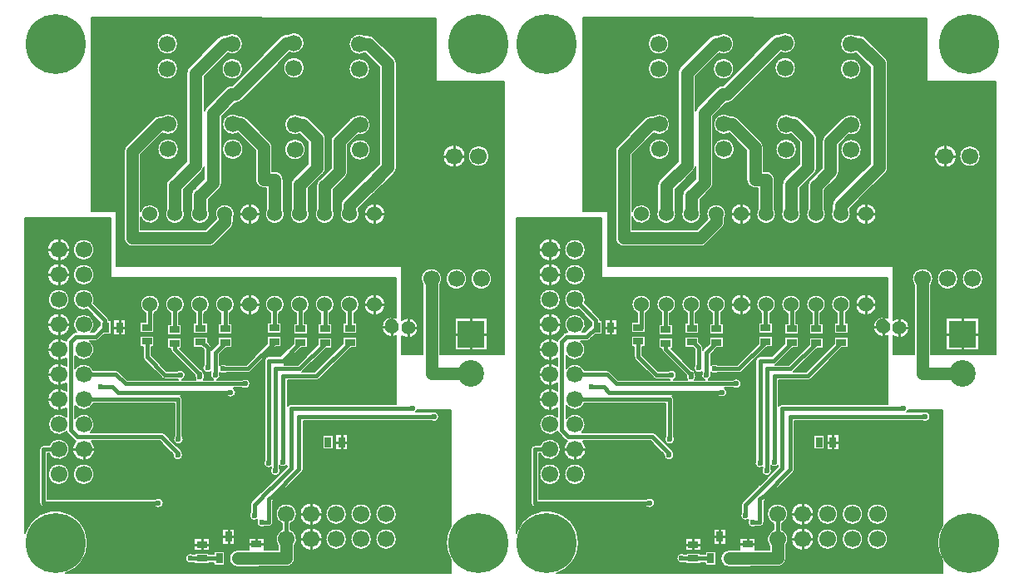
<source format=gbl>
G04 EasyPC Gerber Version 21.0.3 Build 4286 *
G04 #@! TF.Part,Single*
G04 #@! TF.FileFunction,Copper,L2,Bot *
G04 #@! TF.FilePolarity,Positive *
%FSLAX45Y45*%
%MOIN*%
G04 #@! TA.AperFunction,SMDPad*
%ADD92R,0.02559X0.03937*%
%ADD14R,0.03937X0.02559*%
%ADD112R,0.02559X0.04134*%
G04 #@! TA.AperFunction,ComponentPad*
%ADD15R,0.10630X0.10630*%
G04 #@! TD.AperFunction*
%ADD10C,0.00500*%
%ADD11C,0.01000*%
%ADD25C,0.01500*%
G04 #@! TA.AperFunction,ViaPad*
%ADD104C,0.02362*%
G04 #@! TD.AperFunction*
%ADD24C,0.05000*%
G04 #@! TA.AperFunction,ViaPad*
%ADD23C,0.05600*%
G04 #@! TA.AperFunction,ComponentPad*
%ADD18C,0.06000*%
%ADD13C,0.06693*%
%ADD16C,0.10630*%
G04 #@! TA.AperFunction,WasherPad*
%ADD12C,0.24016*%
X0Y0D02*
D02*
D10*
X176785Y92975D02*
X163148D01*
G75*
G02X162598Y92252I-1875J857*
G01*
X168948*
G75*
G02X172035Y90465I1026J-1787*
G01*
G75*
G02X168948Y88678I-2061*
G01*
X117677*
Y69323*
G75*
G02X117146Y68052I-1787*
G01*
X106225Y57259*
X105472Y56506*
Y48103*
G75*
G02X103685Y46315I-1787*
G01*
X101985*
G75*
G02X99168Y49124I-1026J1787*
G01*
G75*
G02X96396Y52100I-1143J1715*
G01*
Y55239*
G75*
G02X96874Y56393I1630*
G01*
X103309Y62827*
G75*
G02X103891Y63202I1154J-1152*
G01*
X110972Y70284*
Y70780*
G75*
G02X108081Y70742I-1465J1450*
G01*
Y69986*
G75*
G02X108512Y68725I-1630J-1261*
G01*
G75*
G02X104390I-2061*
G01*
G75*
G02X104821Y69986I2061*
G01*
Y70104*
G75*
G02X101979Y72900I-1054J1770*
G01*
Y112886*
G75*
G02X103767Y114674I1787*
G01*
X108545*
X113671Y119800*
Y122290*
X119368*
Y117971*
X116898*
X110549Y111622*
G75*
G02X109930Y111219I-1264J1264*
G01*
X115313*
X123425Y119331*
Y122221*
X129122*
Y117902*
X126606*
X117226Y108522*
X122117*
X133465Y119886*
Y122369*
X139161*
Y118050*
X136683*
X124123Y105472*
G75*
G02X122857Y104947I-1265J1263*
G01*
X111295*
Y94804*
G75*
G02X112602Y95461I1307J-973*
G01*
X154915*
Y122768*
G75*
G02X149035Y126380I-1831J3613*
G01*
G75*
G02X154915Y129993I4050*
G01*
Y146154*
X40270*
Y170170*
X6104*
Y43850*
G75*
G02X31248Y39865I12256J-3986*
G01*
G75*
G02X22346Y27609I-12888J0*
G01*
X176785*
Y32997*
G75*
G02Y46732I10906J6868*
G01*
Y92975*
X125305Y83008D02*
X129624D01*
Y77311*
X125305*
Y83008*
X126565Y41353D02*
G75*
G02X135017I4226D01*
G01*
G75*
G02X126565I-4226*
G01*
Y51353D02*
G75*
G02X135017I4226D01*
G01*
G75*
G02X126565I-4226*
G01*
X130486Y83378D02*
X135545D01*
Y76941*
X130486*
Y83378*
X136565Y41353D02*
G75*
G02X145017I4226D01*
G01*
G75*
G02X136565I-4226*
G01*
Y51353D02*
G75*
G02X145017I4226D01*
G01*
G75*
G02X136565I-4226*
G01*
X146565Y41353D02*
G75*
G02X155017I4226D01*
G01*
G75*
G02X146565I-4226*
G01*
Y51353D02*
G75*
G02X155017I4226D01*
G01*
G75*
G02X146565I-4226*
G01*
X106565D02*
G75*
G02X115017I4226D01*
G01*
G75*
G02X112421Y47454I-4226*
G01*
Y45253*
G75*
G02X114171Y38816I-1630J-3900*
G01*
Y33713*
G75*
G02X110791Y30333I-3380*
G01*
X100235*
G75*
G02X98843Y30048I-1392J3252*
G01*
X91480*
G75*
G02X89524Y30638J3537*
G01*
X89321*
Y30783*
G75*
G02Y36387I2160J2802*
G01*
Y36532*
X89524*
G75*
G02X91480Y37122I1957J-2947*
G01*
X95624*
Y41794*
X102061*
Y37093*
X107411*
Y38816*
G75*
G02X109161Y45253I3380J2537*
G01*
Y47454*
G75*
G02X106565Y51353I1630J3900*
G01*
X116194Y41353D02*
G75*
G02X125387I4596D01*
G01*
G75*
G02X116194I-4596*
G01*
Y51353D02*
G75*
G02X125387I4596D01*
G01*
G75*
G02X116194I-4596*
G01*
X41467Y129459D02*
X46526D01*
Y123022*
X41467*
Y129459*
X103199Y122654D02*
X108896D01*
Y118335*
X106459*
X96552Y108428*
G75*
G02X95398Y107949I-1154J1151*
G01*
X86824*
G75*
G02X84131Y108096I-1261J1630*
G01*
G75*
G02X83072Y105225I-1825J-958*
G01*
X93026*
G75*
G02X96348Y103595I1261J-1630*
G01*
G75*
G02X93026Y101965I-2061*
G01*
X89672*
G75*
G02X90607Y100239I-1126J-1726*
G01*
G75*
G02X87285Y98609I-2061*
G01*
X68571*
G75*
G02X69209Y97315I-992J-1293*
G01*
Y82585*
G75*
G02X69640Y81323I-1630J-1261*
G01*
G75*
G02X65518I-2061*
G01*
G75*
G02X65949Y82585I2061*
G01*
Y95685*
X33490*
G75*
G02X26185Y94813I-3900J1630*
G01*
Y89818*
G75*
G02X33817Y87315I3406J-2502*
G01*
G75*
G02X32437Y84191I-4226*
G01*
X60660*
G75*
G02X61927Y83668I3J-1787*
G01*
X65518Y80077*
G75*
G02X65525Y80070I-1040J-1047*
G01*
X68590Y76986*
G75*
G02X69081Y76055I-1266J-1263*
G01*
G75*
G02X69386Y74975I-1756J-1079*
G01*
G75*
G02X65262I-2062*
G01*
G75*
G02X65280Y75245I2063J0*
G01*
X62990Y77550*
X59923Y80617*
X32789*
G75*
G02X29591Y72719I-3198J-3301*
G01*
G75*
G02X26457Y80678J4596*
G01*
G75*
G02X25656Y81142I465J1726*
G01*
X23135Y83662*
G75*
G02X22680Y84431I1262J1266*
G01*
G75*
G02X15364Y87315I-3090J2884*
G01*
G75*
G02X22610Y90273I4226*
G01*
Y93850*
G75*
G02X14994Y97315I-3019J3466*
G01*
G75*
G02X22610Y100781I4596*
G01*
Y103850*
G75*
G02X14994Y107315I-3019J3466*
G01*
G75*
G02X22610Y110781I4596*
G01*
Y113850*
G75*
G02X14994Y117315I-3019J3466*
G01*
G75*
G02X22624Y120769I4596*
G01*
G75*
G02X23133Y121809I1773J-224*
G01*
X25130Y123806*
G75*
G02X26397Y124329I1264J-1264*
G01*
X26600*
G75*
G02X29591Y131542I2991J2986*
G01*
G75*
G02X32581Y124329J-4226*
G01*
X33635*
X36238Y126932*
Y128219*
X31092Y133365*
G75*
G02X25364Y137315I-1502J3951*
G01*
G75*
G02X33817I4226*
G01*
G75*
G02X33583Y135929I-4227J0*
G01*
X39289Y130223*
G75*
G02X39808Y129089I-1264J-1264*
G01*
X40604*
Y123392*
X37754*
X35642Y121280*
G75*
G02X34376Y120754I-1266J1262*
G01*
X32047*
G75*
G02X29591Y113089I-2457J-3439*
G01*
G75*
G02X26185Y114813J4226*
G01*
Y109818*
G75*
G02X33490Y108945I3406J-2503*
G01*
X42573*
G75*
G02X43727Y108467J-1630*
G01*
X46969Y105225*
X67483*
G75*
G02X67079Y105469I858J1874*
G01*
X62233*
G75*
G02X61079Y105948J1630*
G01*
X53872Y113154*
G75*
G02X53394Y114308I1151J1154*
G01*
Y118522*
X52175*
Y122841*
X57872*
Y118522*
X56654*
Y114983*
X62908Y108729*
X67079*
G75*
G02X70402Y107099I1261J-1630*
G01*
G75*
G02X69198Y105225I-2061*
G01*
X74548*
G75*
G02X74114Y107071I1565J1342*
G01*
X64837Y116348*
G75*
G02X64358Y117502I1151J1154*
G01*
Y117636*
X63140*
Y121955*
X68837*
Y117636*
X68159*
X76392Y109403*
G75*
G02X77742Y107832I-280J-1606*
G01*
G75*
G02X77678Y105225I-1628J-1265*
G01*
X81540*
G75*
G02X80519Y108164I766J1913*
G01*
Y108319*
G75*
G02X77633Y111215I-1256J1635*
G01*
Y117270*
X76755Y118148*
X73563*
Y122467*
X79260*
Y120254*
X80414Y119099*
G75*
G02X80893Y117945I-1151J-1154*
G01*
Y117229*
G75*
G02X81042Y117398I1414J-1096*
G01*
X83514Y119870*
Y122300*
X89211*
Y117981*
X86680*
X84093Y115394*
Y111025*
G75*
G02X86824Y111209I1469J-1446*
G01*
X94722*
X103199Y119685*
Y122654*
X81762Y36532D02*
X86081D01*
Y30638*
X81762*
Y31798*
X79821*
Y31455*
X74124*
Y31850*
X73422*
G75*
G02X70335Y33637I-1026J1787*
G01*
G75*
G02X73422Y35424I2061*
G01*
X74124*
Y35774*
X79821*
Y35372*
X81762*
Y36532*
X73754Y41695D02*
X80191D01*
Y36636*
X73754*
Y41695*
X85171Y45563D02*
X90230D01*
Y38930*
X85171*
Y45563*
X25364Y67315D02*
G75*
G02X33817I4226D01*
G01*
G75*
G02X25364I-4226*
G01*
X52325Y135317D02*
G75*
G02X60085I3880D01*
G01*
G75*
G02X57835Y131796I-3880*
G01*
Y128392*
X57872*
Y124073*
X52175*
Y128392*
X54575*
Y131796*
G75*
G02X52325Y135317I1630J3521*
G01*
X62325D02*
G75*
G02X70085I3880D01*
G01*
G75*
G02X67618Y131704I-3880*
G01*
Y127506*
X68837*
Y123187*
X63140*
Y127506*
X64358*
Y131905*
G75*
G02X62325Y135317I1846J3412*
G01*
X72325D02*
G75*
G02X80085I3880D01*
G01*
G75*
G02X77835Y131796I-3880*
G01*
Y128018*
X79260*
Y123699*
X73563*
Y128018*
X74575*
Y131796*
G75*
G02X72325Y135317I1630J3521*
G01*
X82325D02*
G75*
G02X90085I3880D01*
G01*
G75*
G02X88150Y131960I-3880*
G01*
Y127851*
X89211*
Y123532*
X83514*
Y127851*
X84575*
Y131796*
G75*
G02X82325Y135317I1630J3521*
G01*
X91955D02*
G75*
G02X100455I4250D01*
G01*
G75*
G02X91955I-4250*
G01*
X102325D02*
G75*
G02X110085I3880D01*
G01*
G75*
G02X107835Y131796I-3880*
G01*
Y128205*
X108896*
Y123886*
X103199*
Y128205*
X104260*
Y131960*
G75*
G02X102325Y135317I1945J3357*
G01*
X112325D02*
G75*
G02X120085I3880D01*
G01*
G75*
G02X118150Y131960I-3880*
G01*
Y127841*
X119368*
Y123522*
X113671*
Y127841*
X114890*
Y131667*
G75*
G02X112325Y135317I1315J3650*
G01*
X122325D02*
G75*
G02X130085I3880D01*
G01*
G75*
G02X128061Y131910I-3880*
G01*
Y127772*
X129122*
Y123453*
X123425*
Y127772*
X124486*
Y131839*
G75*
G02X122325Y135317I1719J3479*
G01*
X132325D02*
G75*
G02X140085I3880D01*
G01*
G75*
G02X138100Y131932I-3880*
G01*
Y127920*
X139161*
Y123601*
X133465*
Y127920*
X134526*
Y131820*
G75*
G02X132325Y135317I1679J3498*
G01*
X141955D02*
G75*
G02X150455I4250D01*
G01*
G75*
G02X141955I-4250*
G01*
X58309Y57508D02*
G75*
G02X61632Y55878I1261J-1630D01*
G01*
G75*
G02X58309Y54248I-2061*
G01*
X13508*
G75*
G02X11878Y55878J1630*
G01*
Y77315*
G75*
G02X13508Y78945I1630*
G01*
X15691*
G75*
G02X23817Y77315I3900J-1630*
G01*
G75*
G02X15691Y75685I-4226*
G01*
X15138*
Y57508*
X58309*
X15364Y67315D02*
G75*
G02X23817I4226D01*
G01*
G75*
G02X15364I-4226*
G01*
X14994Y127315D02*
G75*
G02X24187I4596D01*
G01*
G75*
G02X14994I-4596*
G01*
Y147315D02*
G75*
G02X24187I4596D01*
G01*
G75*
G02X14994I-4596*
G01*
X15364Y137315D02*
G75*
G02X23817I4226D01*
G01*
G75*
G02X15364I-4226*
G01*
X14994Y157315D02*
G75*
G02X24187I4596D01*
G01*
G75*
G02X14994I-4596*
G01*
X25364Y147315D02*
G75*
G02X33817I4226D01*
G01*
G75*
G02X25364I-4226*
G01*
Y157315D02*
G75*
G02X33817I4226D01*
G01*
G75*
G02X25364I-4226*
G01*
X176437Y33585D02*
G36*
X114169D01*
G75*
G02X110791Y30333I-3378J128*
G01*
X100235*
G75*
G02X98843Y30048I-1392J3249*
G01*
X91480*
G75*
G02X89524Y30638I-1J3535*
G01*
X89321*
Y30783*
G75*
G02X87943Y33585I2159J2802*
G01*
X86081*
Y30638*
X81762*
Y31798*
X79821*
Y31455*
X74124*
Y31850*
X73422*
G75*
G02X70335Y33585I-1026J1787*
G01*
X29615*
G75*
G02X23046Y27859I-11254J6280*
G01*
X176535*
Y33411*
G75*
G02X176437Y33585I11153J6448*
G01*
G37*
X174889Y41353D02*
G36*
X155017D01*
G75*
G02X146565I-4226*
G01*
X145017*
G75*
G02X136565I-4226*
G01*
X135017*
G75*
G02X126565I-4226*
G01*
X125387*
G75*
G02X116194I-4596*
G01*
X115017*
G75*
G02X114171Y38816I-4226*
G01*
Y33713*
G75*
G02X114169Y33585I-3381J-2*
G01*
X176437*
G75*
G02X174803Y39865I11255J6280*
G01*
G75*
G02X174889Y41353I12889J0*
G01*
G37*
X87943Y33585D02*
G36*
Y33585D01*
G75*
G02X89321Y36387I3537*
G01*
Y36532*
X89524*
G75*
G02X91480Y37122I1956J-2944*
G01*
X95624*
Y41353*
X90230*
Y38930*
X85171*
Y41353*
X80191*
Y36636*
X73754*
Y41353*
X31162*
G75*
G02X31248Y39865I-12803J-1488*
G01*
G75*
G02X29615Y33585I-12888J0*
G01*
X70335*
G75*
G02X70335Y33637I2061J57*
G01*
G75*
G02X73422Y35424I2061J0*
G01*
X74124*
Y35774*
X79821*
Y35372*
X81762*
Y36532*
X86081*
Y33585*
X87943*
G37*
X106565Y41353D02*
G36*
X102061D01*
Y37093*
X107411*
Y38816*
G75*
G02X106565Y41353I3380J2537*
G01*
G37*
X12520Y51353D02*
G36*
X6354D01*
Y44550*
G75*
G02X12520Y51353I12006J-4686*
G01*
G37*
X106565Y41353D02*
G36*
G75*
G02X109161Y45253I4226D01*
G01*
Y47454*
G75*
G02X106565Y51353I1631J3900*
G01*
X105472*
Y48103*
G75*
G02X103685Y46315I-1787*
G01*
X101985*
G75*
G02X98898Y48103I-1026J1787*
G01*
G75*
G02X99168Y49124I2061*
G01*
G75*
G02X95965Y50839I-1143J1715*
G01*
G75*
G02X96030Y51353I2061J1*
G01*
X24200*
G75*
G02X31162Y41353I-5840J-11489*
G01*
X73754*
Y41695*
X80191*
Y41353*
X85171*
Y45563*
X90230*
Y41353*
X95624*
Y41794*
X102061*
Y41353*
X106565*
G37*
X176535Y46318D02*
G36*
Y51353D01*
X155017*
G75*
G02X146565I-4226*
G01*
X145017*
G75*
G02X136565I-4226*
G01*
X135017*
G75*
G02X126565I-4226*
G01*
X125387*
G75*
G02X116194I-4596*
G01*
X115017*
G75*
G02Y51352I-5013J0*
G01*
G75*
G02X112421Y47454I-4226*
G01*
Y45253*
G75*
G02X115017Y41353I-1630J-3900*
G01*
X116194*
G75*
G02X125387I4596*
G01*
X126565*
G75*
G02X135017I4226*
G01*
X136565*
G75*
G02X145017I4226*
G01*
X146565*
G75*
G02X155017I4226*
G01*
X174889*
G75*
G02X176535Y46318I12802J-1489*
G01*
G37*
X108004Y67315D02*
G36*
X107955D01*
G75*
G02X104947I-1504J1409*
G01*
X33817*
G75*
G02X25364I-4226*
G01*
X23817*
G75*
G02X15364I-4226*
G01*
X15138*
Y57508*
X58309*
G75*
G02X61632Y55878I1261J-1630*
G01*
G75*
G02X58309Y54248I-2061*
G01*
X13508*
G75*
G02X11878Y55878J1630*
G01*
Y67315*
X6354*
Y51353*
X12520*
G75*
G02X24200I5840J-11489*
G01*
X96030*
G75*
G02X96396Y52100I1996J-515*
G01*
Y55239*
Y55239*
G75*
G02X96874Y56393I1629*
G01*
X103309Y62827*
G75*
G02X103891Y63202I1154J-1151*
G01*
X108004Y67315*
G37*
X116401D02*
G36*
X106225Y57259D01*
X105472Y56506*
Y51353*
X106565*
G75*
G02X115017I4226*
G01*
X116194*
G75*
G02X125387I4596*
G01*
X126565*
G75*
G02X135017I4226*
G01*
X136565*
G75*
G02X145017I4226*
G01*
X146565*
G75*
G02X155017I4226*
G01*
X176535*
Y67315*
X116401*
G37*
X16465Y80160D02*
G36*
X6354D01*
Y67315*
X11878*
Y77315*
G75*
G02X13508Y78945I1630*
G01*
X15691*
G75*
G02X16465Y80160I3900J-1630*
G01*
G37*
X101979D02*
G36*
X69280D01*
G75*
G02X65878I-1701J1163*
G01*
X65435*
X65518Y80077*
X65525Y80070*
X68590Y76986*
G75*
G02X69081Y76055I-1271J-1265*
G01*
G75*
G02X69386Y74977I-1752J-1078*
G01*
G75*
G02Y74975I-2148J-1*
G01*
G75*
G02X65262I-2062*
G01*
G75*
G02Y74978I1961J2*
G01*
G75*
G02X65280Y75245I2019*
G01*
X62990Y77550*
X60380Y80160*
X33201*
G75*
G02X34187Y77315I-3611J-2844*
G01*
G75*
G02X29591Y72719I-4596*
G01*
G75*
G02X24994Y77315J4596*
G01*
G75*
G02X25980Y80160I4597*
G01*
X22717*
G75*
G02X23817Y77316I-3126J-2844*
G01*
Y77315*
Y77315*
G75*
G02X15691Y75685I-4226*
G01*
X15138*
Y67315*
X15364*
G75*
G02X23817I4226*
G01*
X25364*
G75*
G02X33817I4226*
G01*
X104947*
G75*
G02X104390Y68725I1504J1409*
G01*
G75*
G02Y68726I2374J0*
G01*
G75*
G02X104821Y69986I2059*
G01*
Y70104*
G75*
G02X101706Y71874I-1054J1771*
G01*
G75*
G02X101979Y72900I2061*
G01*
Y80160*
G37*
X108004Y67315D02*
G36*
X110972Y70284D01*
Y70780*
G75*
G02X108081Y70742I-1465J1450*
G01*
Y69986*
G75*
G02X108512Y68726I-1628J-1261*
G01*
G75*
G02Y68725I-2374J0*
G01*
G75*
G02X107955Y67315I-2061J0*
G01*
X108004*
G37*
X135545Y80160D02*
G36*
Y76941D01*
X130486*
Y80160*
X129624*
Y77311*
X125305*
Y80160*
X117677*
Y69323*
G75*
G02X117146Y68052I-1787*
G01*
X116401Y67315*
X176535*
Y80160*
X135545*
G37*
X25503Y126241D02*
G36*
X24059D01*
G75*
G02X15122I-4469J1075*
G01*
X6354*
Y80160*
X16465*
G75*
G02X22717I3126J-2844*
G01*
X25980*
G75*
G02X26457Y80678I3611J-2844*
G01*
G75*
G02X25656Y81142I463J1723*
G01*
X23135Y83662*
G75*
G02X22680Y84431I1265J1268*
G01*
G75*
G02X15364Y87315I-3090J2884*
G01*
G75*
G02X22610Y90273I4226*
G01*
Y93850*
G75*
G02X14994Y97315I-3019J3466*
G01*
G75*
G02X22610Y100781I4596*
G01*
Y103850*
G75*
G02X14994Y107315I-3019J3466*
G01*
G75*
G02X22610Y110781I4596*
G01*
Y113850*
G75*
G02X14994Y117315I-3019J3466*
G01*
G75*
G02X22624Y120769I4597J0*
G01*
G75*
G02X23133Y121809I1772J-224*
G01*
X25130Y123806*
G75*
G02X26397Y124329I1263J-1262*
G01*
X26600*
G75*
G02X25503Y126241I2991J2986*
G01*
G37*
X176535Y92975D02*
G36*
X163148D01*
G75*
G02X162598Y92252I-1876J857*
G01*
X168948*
G75*
G02X172035Y90465I1026J-1788*
G01*
G75*
G02X168948Y88678I-2061J0*
G01*
X117677*
Y80160*
X125305*
Y83008*
X129624*
Y80160*
X130486*
Y83378*
X135545*
Y80160*
X176535*
Y92975*
G37*
X35547Y126241D02*
G36*
X33678D01*
G75*
G02X32581Y124329I-4088J1075*
G01*
X33635*
X35547Y126241*
G37*
X60380Y80160D02*
G36*
X59923Y80617D01*
X32789*
G75*
G02X33201Y80160I-3199J-3302*
G01*
X60380*
G37*
X65878D02*
G36*
G75*
G02X65518Y81323I1701J1163D01*
G01*
G75*
G02Y81324I2374J0*
G01*
G75*
G02X65949Y82585I2059*
G01*
Y95685*
X33490*
G75*
G02X26185Y94813I-3900J1630*
G01*
Y89818*
G75*
G02X33817Y87315I3406J-2502*
G01*
Y87315*
G75*
G02X32437Y84191I-4226*
G01*
X60660*
G75*
G02X61927Y83668I4J-1786*
G01*
X65435Y80160*
X65878*
G37*
X149037Y126241D02*
G36*
X139161D01*
Y123601*
X133465*
Y126241*
X129122*
Y123453*
X123425*
Y126241*
X119368*
Y123522*
X113671*
Y126241*
X108896*
Y123886*
X103199*
Y126241*
X89211*
Y123532*
X83514*
Y126241*
X79260*
Y123699*
X73563*
Y126241*
X68837*
Y123187*
X63140*
Y126241*
X57872*
Y124073*
X52175*
Y126241*
X46526*
Y123022*
X41467*
Y126241*
X40604*
Y123392*
X37754*
X35642Y121280*
G75*
G02X34376Y120754I-1266J1262*
G01*
X32047*
G75*
G02X33817Y117315I-2457J-3439*
G01*
G75*
G02X29591Y113089I-4226*
G01*
G75*
G02X26185Y114813J4226*
G01*
Y109818*
G75*
G02X33490Y108945I3406J-2503*
G01*
X42573*
G75*
G02X43727Y108467I0J-1629*
G01*
X46969Y105225*
X67483*
G75*
G02X67079Y105469I874J1900*
G01*
X62233*
G75*
G02X61079Y105948I0J1629*
G01*
X53872Y113154*
G75*
G02X53394Y114308I1150J1154*
G01*
Y114308*
Y118522*
X52175*
Y122841*
X57872*
Y118522*
X56654*
Y114983*
X62908Y108729*
X67079*
G75*
G02X70402Y107099I1261J-1630*
G01*
G75*
G02X69198Y105225I-2062J0*
G01*
X74548*
G75*
G02X74052Y106567I1565J1342*
G01*
G75*
G02X74114Y107071I2063*
G01*
X64837Y116348*
G75*
G02X64358Y117502I1150J1154*
G01*
Y117502*
Y117636*
X63140*
Y121955*
X68837*
Y117636*
X68159*
X76392Y109403*
G75*
G02X77742Y107832I-280J-1606*
G01*
G75*
G02X78175Y106567I-1629J-1265*
G01*
G75*
G02X77678Y105225I-2063*
G01*
X81540*
G75*
G02X80245Y107138I766J1913*
G01*
G75*
G02X80519Y108164I2061*
G01*
Y108319*
G75*
G02X77202Y109953I-1256J1635*
G01*
G75*
G02X77633Y111215I2061*
G01*
Y117270*
X76755Y118148*
X73563*
Y122467*
X79260*
Y120254*
X80414Y119099*
G75*
G02X80893Y117946I-1150J-1154*
G01*
Y117945*
Y117229*
G75*
G02X81042Y117398I1445J-1123*
G01*
X83514Y119870*
Y122300*
X89211*
Y117981*
X86680*
X84093Y115394*
Y111025*
G75*
G02X86824Y111209I1469J-1446*
G01*
X94722*
X103199Y119685*
Y122654*
X108896*
Y118335*
X106459*
X96552Y108428*
G75*
G02X95398Y107949I-1154J1150*
G01*
X86824*
G75*
G02X84131Y108096I-1261J1630*
G01*
G75*
G02X84367Y107138I-1825J-958*
G01*
G75*
G02X83072Y105225I-2061*
G01*
X93026*
G75*
G02X96348Y103595I1261J-1630*
G01*
G75*
G02X93026Y101965I-2061*
G01*
X89672*
G75*
G02X90607Y100239I-1127J-1727*
G01*
G75*
G02X87285Y98609I-2061*
G01*
X68571*
G75*
G02X69209Y97315I-993J-1294*
G01*
Y82585*
G75*
G02X69640Y81324I-1628J-1261*
G01*
G75*
G02Y81323I-2374J0*
G01*
G75*
G02X69280Y80160I-2061*
G01*
X101979*
Y112886*
G75*
G02X103767Y114674I1787*
G01*
X108545*
X113671Y119800*
Y122290*
X119368*
Y117971*
X116898*
X110549Y111622*
G75*
G02X109930Y111219I-1260J1257*
G01*
X115313*
X123425Y119331*
Y122221*
X129122*
Y117902*
X126606*
X117226Y108522*
X122117*
X133465Y119886*
Y122369*
X139161*
Y118050*
X136683*
X124123Y105472*
G75*
G02X122857Y104947I-1264J1262*
G01*
X111295*
Y94804*
G75*
G02X112602Y95461I1307J-972*
G01*
X154915*
Y122768*
G75*
G02X149037Y126241I-1831J3613*
G01*
G37*
X35547D02*
G36*
X36238Y126932D01*
Y128219*
X31092Y133365*
G75*
G02X25866Y135317I-1502J3951*
G01*
X23315*
G75*
G02X15866I-3724J1998*
G01*
X6354*
Y126241*
X15122*
G75*
G02X14994Y127315I4469J1075*
G01*
G75*
G02X24187I4596*
G01*
G75*
G02X24059Y126241I-4597J0*
G01*
X25503*
G75*
G02X25364Y127315I4088J1075*
G01*
G75*
G02X29591Y131542I4226*
G01*
G75*
G02X33817Y127315J-4226*
G01*
G75*
G02X33678Y126241I-4227J0*
G01*
X35547*
G37*
X52325Y135317D02*
G36*
X34195D01*
X39289Y130223*
G75*
G02X39808Y129089I-1265J-1264*
G01*
X40604*
Y126241*
X41467*
Y129459*
X46526*
Y126241*
X52175*
Y128392*
X54575*
Y131796*
G75*
G02X52325Y135317I1630J3521*
G01*
G37*
X62325D02*
G36*
X60085D01*
G75*
G02X57835Y131796I-3881J1*
G01*
Y128392*
X57872*
Y126241*
X63140*
Y127506*
X64358*
Y131905*
G75*
G02X62325Y135317I1845J3412*
G01*
Y135317*
G37*
X72325D02*
G36*
X70085D01*
G75*
G02X67618Y131704I-3881J1*
G01*
Y127506*
X68837*
Y126241*
X73563*
Y128018*
X74575*
Y131796*
G75*
G02X72325Y135317I1630J3521*
G01*
G37*
X82325D02*
G36*
X80085D01*
G75*
G02X77835Y131796I-3881J1*
G01*
Y128018*
X79260*
Y126241*
X83514*
Y127851*
X84575*
Y131796*
G75*
G02X82325Y135317I1630J3521*
G01*
G37*
X102325D02*
G36*
X100455D01*
G75*
G02X91955I-4250*
G01*
X90085*
G75*
G02X88150Y131960I-3880J0*
G01*
Y127851*
X89211*
Y126241*
X103199*
Y128205*
X104260*
Y131960*
G75*
G02X102325Y135317I1945J3357*
G01*
G37*
X112325D02*
G36*
X110085D01*
G75*
G02X107835Y131796I-3881J1*
G01*
Y128205*
X108896*
Y126241*
X113671*
Y127841*
X114890*
Y131667*
G75*
G02X112325Y135317I1316J3651*
G01*
G37*
X122325D02*
G36*
X120085D01*
G75*
G02X118150Y131960I-3880J0*
G01*
Y127841*
X119368*
Y126241*
X123425*
Y127772*
X124486*
Y131839*
G75*
G02X122325Y135317I1719J3479*
G01*
G37*
X132325D02*
G36*
X130085D01*
G75*
G02X128061Y131910I-3880*
G01*
Y127772*
X129122*
Y126241*
X133465*
Y127920*
X134526*
Y131820*
G75*
G02X132325Y135317I1680J3498*
G01*
G37*
X154915D02*
G36*
X150455D01*
G75*
G02X141955I-4250*
G01*
X140085*
G75*
G02X138100Y131932I-3880*
G01*
Y127920*
X139161*
Y126241*
X149037*
G75*
G02X149035Y126380I4049J138*
G01*
G75*
G02X154915Y129993I4050*
G01*
Y135317*
G37*
X40270Y147315D02*
G36*
X33817D01*
G75*
G02X25364I-4226*
G01*
X24187*
G75*
G02X14994I-4596*
G01*
X6354*
Y135317*
X15866*
G75*
G02X15364Y137315I3724J1998*
G01*
G75*
G02X23817I4226*
G01*
G75*
G02X23315Y135317I-4226J0*
G01*
X25866*
G75*
G02X25364Y137315I3724J1998*
G01*
G75*
G02X33817I4226*
G01*
G75*
G02X33583Y135929I-4240J2*
G01*
X34195Y135317*
X52325*
G75*
G02X60085I3880*
G01*
X62325*
G75*
G02X70085I3880*
G01*
X72325*
G75*
G02X80085I3880*
G01*
X82325*
G75*
G02X90085I3880*
G01*
X91955*
G75*
G02X100455I4250*
G01*
X102325*
G75*
G02X110085I3880*
G01*
X112325*
G75*
G02X120085I3880*
G01*
X122325*
G75*
G02X130085I3880*
G01*
X132325*
G75*
G02X140085I3880*
G01*
X141955*
G75*
G02X150455I4250*
G01*
X154915*
Y146154*
X40270*
Y147315*
G37*
Y157315D02*
G36*
X33817D01*
G75*
G02X25364I-4226*
G01*
X24187*
G75*
G02X14994I-4596*
G01*
X6354*
Y147315*
X14994*
G75*
G02X24187I4596*
G01*
X25364*
G75*
G02X33817I4226*
G01*
X40270*
Y157315*
G37*
Y169920D02*
G36*
X6354D01*
Y157315*
X14994*
G75*
G02X24187I4596*
G01*
X25364*
G75*
G02X33817I4226*
G01*
X40270*
Y169920*
G37*
X198085Y224766D02*
X170634D01*
Y250219*
X32839Y250504*
Y172739*
X42848*
Y150731*
X157199*
Y129221*
G75*
G02X163660Y125967I2411J-3254*
G01*
G75*
G02X157199Y122713I-4050*
G01*
Y115504*
X165551*
Y143085*
G75*
G02X164705Y145622I3380J2537*
G01*
G75*
G02X173157I4226*
G01*
G75*
G02X172311Y143085I-4226*
G01*
Y115504*
X198085*
Y224766*
X173449Y194806D02*
G75*
G02X182642I4596D01*
G01*
G75*
G02X173449I-4596*
G01*
X174705Y145622D02*
G75*
G02X183157I4226D01*
G01*
G75*
G02X174705I-4226*
G01*
X178341Y130061D02*
X191470D01*
Y116931*
X178341*
Y130061*
X183661Y194806D02*
G75*
G02X192114I4226D01*
G01*
G75*
G02X183661I-4226*
G01*
X184705Y145622D02*
G75*
G02X193157I4226D01*
G01*
G75*
G02X184705I-4226*
G01*
X82325Y171617D02*
G75*
G02X90085I3880D01*
G01*
G75*
G02X89585Y169711I-3880*
G01*
Y168359*
G75*
G02X88593Y165967I-3380*
G01*
X82258Y159632*
G75*
G02X79866Y158640I-2392J2388*
G01*
X49138*
G75*
G02X45758Y162020J3380*
G01*
Y196754*
G75*
G02X46750Y199146I3380*
G01*
X57592Y209989*
G75*
G02X59984Y210980I2392J-2388*
G01*
X60892*
G75*
G02X67656Y207600I2537J-3380*
G01*
G75*
G02X61183Y204020I-4226*
G01*
X52518Y195354*
Y172825*
G75*
G02X60085Y171617I3687J-1208*
G01*
G75*
G02X52518Y170408I-3880*
G01*
Y165400*
X78466*
X82808Y169742*
G75*
G02X82325Y171617I3397J1875*
G01*
X59203Y197600D02*
G75*
G02X67656I4226D01*
G01*
G75*
G02X59203I-4226*
G01*
X111549Y243763D02*
G75*
G02X118089Y240226I2313J-3537D01*
G01*
G75*
G02X112089Y236389I-4226J0*
G01*
X101683Y225862*
G75*
G02X101665Y225843I-2800J2723*
G01*
X92951Y217130*
G75*
G02X90447Y216091I-2504J2498*
G01*
X90347*
X84978Y210722*
Y184180*
G75*
G02Y184177I-1420J-2*
G01*
G75*
G02Y184176I-1471J0*
G01*
G75*
G02X83942Y181674I-3537J0*
G01*
X79742Y177474*
Y173211*
G75*
G02X80085Y171617I-3538J-1594*
G01*
G75*
G02X72325I-3880*
G01*
G75*
G02X72667Y173211I3880*
G01*
Y179176*
G75*
G02X74581Y182319I3537*
G01*
X77904Y185641*
Y190450*
G75*
G02X76929Y188667I-3461J733*
G01*
X69742Y181557*
Y173211*
G75*
G02X70085Y171617I-3538J-1594*
G01*
G75*
G02X62325I-3880*
G01*
G75*
G02X62667Y173211I3880*
G01*
Y183034*
G75*
G02X63719Y185550I3537J0*
G01*
X70906Y192660*
Y228211*
G75*
G02X71944Y230715I3537*
G01*
X83579Y242350*
G75*
G02X86083Y243389I2504J-2498*
G01*
X86843*
G75*
G02X93382Y239851I2313J-3537*
G01*
G75*
G02X87292Y236058I-4226*
G01*
X77980Y226746*
Y212920*
G75*
G02X78943Y214692I3461J-733*
G01*
X86378Y222127*
G75*
G02X88882Y223166I2504J-2498*
G01*
X88981*
X96658Y230842*
X108391Y242712*
G75*
G02X110910Y243763I2516J-2487*
G01*
X111549*
X84929Y229851D02*
G75*
G02X93382I4226D01*
G01*
G75*
G02X84929I-4226*
G01*
X109636Y230226D02*
G75*
G02X118089I4226D01*
G01*
G75*
G02X109636I-4226*
G01*
X110030Y197519D02*
G75*
G02X118482I4226D01*
G01*
G75*
G02X110030I-4226*
G01*
X125544Y204249D02*
G75*
G02X126583Y201744I-2498J-2504D01*
G01*
Y190180*
G75*
G02X125525Y187657I-3537*
G01*
X119742Y181974*
Y173211*
G75*
G02X120085Y171617I-3538J-1594*
G01*
G75*
G02X112325I-3880*
G01*
G75*
G02X112667Y173211I3880*
G01*
Y183457*
G75*
G02X113725Y185980I3537*
G01*
X119508Y191663*
Y200279*
X116080Y203707*
G75*
G02X110030Y207519I-1824J3812*
G01*
G75*
G02X116569Y211056I4227J0*
G01*
X117271*
G75*
G02X119775Y210017J-3537*
G01*
X125544Y204249*
X137436Y210539D02*
G75*
G02X144486Y207394I2824J-3144D01*
G01*
G75*
G02X139332Y203271I-4226*
G01*
X135421Y199360*
Y188605*
G75*
G02X134430Y186213I-3380*
G01*
X129585Y181368*
Y173522*
G75*
G02X130085Y171617I-3380J-1905*
G01*
G75*
G02X122325I-3880*
G01*
G75*
G02X122825Y173522I3880*
G01*
Y183034*
G75*
G02X124733Y186077I3380*
G01*
X128661Y190005*
Y200760*
G75*
G02X129653Y203152I3380*
G01*
X136283Y209782*
G75*
G02X137436Y210539I2392J-2389*
G01*
X136033Y197394D02*
G75*
G02X144486I4226D01*
G01*
G75*
G02X136033I-4226*
G01*
X153989Y234426D02*
G75*
G02X155028Y231922I-2498J-2504D01*
G01*
Y190327*
G75*
G02X153968Y187803I-3537*
G01*
X145968Y179950*
X139742Y173724*
Y173211*
G75*
G02X140085Y171617I-3538J-1594*
G01*
G75*
G02X132325I-3880*
G01*
G75*
G02X132667Y173211I3880*
G01*
Y175189*
G75*
G02X133706Y177694I3537*
G01*
X140974Y184961*
G75*
G02X141000Y184987I2426J-2437*
G01*
X147953Y191812*
Y230456*
X142285Y236124*
G75*
G02X135849Y239726I-2210J3602*
G01*
G75*
G02X142388Y243264I4227J0*
G01*
X143685*
G75*
G02X146190Y242225J-3537*
G01*
X153989Y234426*
X141955Y171617D02*
G75*
G02X150455I4250D01*
G01*
G75*
G02X141955I-4250*
G01*
X85108Y197644D02*
G75*
G02X93561I4226D01*
G01*
G75*
G02X85108I-4226*
G01*
X91955Y171617D02*
G75*
G02X100455I4250D01*
G01*
G75*
G02X91955I-4250*
G01*
X109585Y173522D02*
G75*
G02X110085Y171617I-3380J-1905D01*
G01*
G75*
G02X102325I-3880*
G01*
G75*
G02X102825Y173522I3880*
G01*
Y182085*
X101736*
G75*
G02X98356Y185465J3380*
G01*
Y197077*
X91449Y203984*
G75*
G02X85108Y207644I-2114J3659*
G01*
G75*
G02X91872Y211024I4226*
G01*
X92569*
G75*
G02X94961Y210032J-3380*
G01*
X104124Y200869*
G75*
G02X105116Y198477I-2388J-2392*
G01*
Y188845*
X106205*
G75*
G02X109585Y185465J-3380*
G01*
Y173522*
X58907Y229851D02*
G75*
G02X67360I4226D01*
G01*
G75*
G02X58907I-4226*
G01*
Y239851D02*
G75*
G02X67360I4226D01*
G01*
G75*
G02X58907I-4226*
G01*
X135849Y229726D02*
G75*
G02X144302I4226D01*
G01*
G75*
G02X135849I-4226*
G01*
X165551Y123496D02*
G36*
X162820D01*
G75*
G02X157199Y122713I-3209J2470*
G01*
Y115754*
X165551*
Y123496*
G37*
X191470D02*
G36*
Y116931D01*
X178341*
Y123496*
X172311*
Y115754*
X197835*
Y123496*
X191470*
G37*
X164705Y145622D02*
G36*
X157199D01*
Y129221*
G75*
G02X163660Y125967I2411J-3254*
G01*
G75*
G02X162820Y123496I-4050*
G01*
X165551*
Y143085*
G75*
G02X164705Y145622I3382J2538*
G01*
G37*
X173157D02*
G36*
G75*
G02X172311Y143085I-4229J1D01*
G01*
Y123496*
X178341*
Y130061*
X191470*
Y123496*
X197835*
Y145622*
X193157*
G75*
G02X184705I-4226*
G01*
X183157*
G75*
G02X174705I-4226*
G01*
X173157*
G37*
X82325Y171617D02*
G36*
X80085D01*
G75*
G02X72325I-3880*
G01*
X70085*
G75*
G02X62325I-3880*
G01*
X60085*
G75*
G02X52518Y170408I-3880*
G01*
Y165400*
X78466*
X82808Y169742*
G75*
G02X82325Y171617I3400J1876*
G01*
G37*
X173157Y145622D02*
G36*
X174705D01*
G75*
G02X183157I4226*
G01*
X184705*
G75*
G02X193157I4226*
G01*
X197835*
Y171617*
X150455*
G75*
G02X141955I-4250*
G01*
X140085*
G75*
G02X132325I-3880*
G01*
X130085*
G75*
G02X122325I-3880*
G01*
X120085*
G75*
G02X112325I-3880*
G01*
X110085*
G75*
G02X102325I-3880*
G01*
X100455*
G75*
G02X91955I-4250*
G01*
X90085*
G75*
G02X89585Y169711I-3883J1*
G01*
Y168359*
G75*
G02X88593Y165967I-3381J1*
G01*
X82258Y159632*
G75*
G02X79866Y158640I-2393J2390*
G01*
X49138*
G75*
G02X45758Y162020J3380*
G01*
Y171617*
X42848*
Y150731*
X157199*
Y145622*
X164705*
G75*
G02X173157I4226*
G01*
G37*
X45758Y171617D02*
G36*
Y194806D01*
X33089*
Y172739*
X42848*
Y171617*
X45758*
G37*
X70906Y194806D02*
G36*
X66600D01*
G75*
G02X60259I-3170J2795*
G01*
X52518*
Y172825*
G75*
G02X60085Y171617I3687J-1208*
G01*
X62325*
G75*
G02X62667Y173211I3881*
G01*
Y183034*
G75*
G02X63719Y185550I3538J0*
G01*
X70906Y192660*
Y194806*
G37*
X72325Y171617D02*
G36*
G75*
G02X72667Y173211I3881D01*
G01*
Y179176*
G75*
G02X74581Y182319I3538J0*
G01*
X77904Y185641*
Y190450*
G75*
G02X76929Y188667I-3462J734*
G01*
X69742Y181557*
Y173211*
G75*
G02X70085Y171617I-3538J-1594*
G01*
X72325*
G37*
X102325D02*
G36*
G75*
G02X102825Y173522I3883J-1D01*
G01*
Y182085*
X101736*
G75*
G02X98356Y185465J3380*
G01*
Y194806*
X92466*
G75*
G02X86203I-3131J2838*
G01*
X84978*
Y184180*
Y184177*
Y184176*
G75*
G02X83942Y181674I-3537*
G01*
X79742Y177474*
Y173211*
G75*
G02X80085Y171617I-3538J-1594*
G01*
X82325*
G75*
G02X90085I3880*
G01*
X91955*
G75*
G02X100455I4250*
G01*
X102325*
G37*
X119508Y194806D02*
G36*
X117496D01*
G75*
G02X111016I-3240J2713*
G01*
X105116*
Y188845*
X106205*
G75*
G02X109585Y185465J-3380*
G01*
Y173522*
G75*
G02X110085Y171617I-3380J-1906*
G01*
X112325*
G75*
G02X112667Y173211I3881*
G01*
Y183457*
G75*
G02X113725Y185980I3538J0*
G01*
X119508Y191663*
Y194806*
G37*
X128661D02*
G36*
X126583D01*
Y190180*
G75*
G02X125525Y187657I-3538J0*
G01*
X119742Y181974*
Y173211*
G75*
G02X120085Y171617I-3538J-1594*
G01*
X122325*
G75*
G02X122825Y173522I3883J-1*
G01*
Y183034*
Y183034*
G75*
G02X124733Y186077I3379*
G01*
X128661Y190005*
Y194806*
G37*
X147953D02*
G36*
X143601D01*
G75*
G02X136919I-3341J2589*
G01*
X135421*
Y188605*
G75*
G02X134430Y186213I-3381J1*
G01*
X129585Y181368*
Y173522*
G75*
G02X130085Y171617I-3380J-1906*
G01*
X132325*
G75*
G02X132667Y173211I3881*
G01*
Y175189*
G75*
G02X133706Y177694I3539J0*
G01*
X140974Y184961*
G75*
G02X141000Y184987I884J-871*
G01*
X147953Y191812*
Y194806*
G37*
X155028D02*
G36*
Y190327D01*
G75*
G02X153968Y187803I-3537*
G01*
X145968Y179950*
X139742Y173724*
Y173211*
G75*
G02X140085Y171617I-3538J-1594*
G01*
X141955*
G75*
G02X150455I4250*
G01*
X197835*
Y194806*
X192114*
G75*
G02X183661I-4226*
G01*
X182642*
G75*
G02X173449I-4596*
G01*
X155028*
G37*
X70906D02*
G36*
Y228211D01*
G75*
G02X71309Y229851I3539*
G01*
X67360*
G75*
G02X58907I-4226*
G01*
X33089*
Y194806*
X45758*
Y196754*
G75*
G02X46750Y199146I3381J-1*
G01*
X57592Y209989*
G75*
G02X59984Y210980I2393J-2390*
G01*
X60892*
G75*
G02X67656Y207601I2537J-3380*
G01*
Y207600*
G75*
G02X61183Y204020I-4226*
G01*
X52518Y195354*
Y194806*
X60259*
G75*
G02X59203Y197600I3170J2795*
G01*
G75*
G02X67656I4226*
G01*
G75*
G02X66600Y194806I-4226*
G01*
X70906*
G37*
X95667Y229851D02*
G36*
X93382D01*
G75*
G02X84929I-4226*
G01*
X81086*
X77980Y226746*
Y212920*
G75*
G02X78943Y214692I3463J-735*
G01*
X86378Y222127*
G75*
G02X88882Y223166I2505J-2500*
G01*
X88981*
X95667Y229851*
G37*
X147953D02*
G36*
X144300D01*
G75*
G02X144302Y229726I-4225J-129*
G01*
G75*
G02X135849I-4226*
G01*
G75*
G02X135851Y229851I4227J-4*
G01*
X118072*
G75*
G02X109652I-4210J374*
G01*
X105626*
X101683Y225862*
G75*
G02X101665Y225843I-454J426*
G01*
X92951Y217130*
G75*
G02X90447Y216091I-2505J2500*
G01*
X90347*
X84978Y210722*
Y194806*
X86203*
G75*
G02X85108Y197644I3131J2838*
G01*
G75*
G02X93561I4226*
G01*
G75*
G02X92466Y194806I-4226*
G01*
X98356*
Y197077*
X91449Y203984*
G75*
G02X85108Y207644I-2114J3660*
G01*
Y207644*
G75*
G02X91872Y211024I4226*
G01*
X92569*
G75*
G02X94961Y210032I-1J-3381*
G01*
X104124Y200869*
G75*
G02X105116Y198477I-2390J-2393*
G01*
Y194806*
X111016*
G75*
G02X110030Y197519I3240J2714*
G01*
G75*
G02X118482I4226*
G01*
G75*
G02X117496Y194806I-4226J0*
G01*
X119508*
Y200279*
X116080Y203707*
G75*
G02X110030Y207519I-1824J3812*
G01*
G75*
G02X116569Y211056I4227J0*
G01*
X117271*
G75*
G02X119775Y210017I0J-3539*
G01*
X125544Y204249*
G75*
G02X126583Y201744I-2500J-2505*
G01*
Y194806*
X128661*
Y200760*
G75*
G02X129653Y203152I3381J-1*
G01*
X136283Y209782*
G75*
G02X137436Y210539I2395J-2393*
G01*
G75*
G02X144486Y207394I2824J-3144*
G01*
Y207394*
G75*
G02X139332Y203271I-4226*
G01*
X135421Y199360*
Y194806*
X136919*
G75*
G02X136033Y197394I3341J2589*
G01*
G75*
G02X144486I4226*
G01*
G75*
G02X143601Y194806I-4226*
G01*
X147953*
Y229851*
G37*
X197835Y224766D02*
G36*
X170634D01*
Y229851*
X155028*
Y194806*
X173449*
G75*
G02X182642I4596*
G01*
X183661*
G75*
G02X192114I4226*
G01*
X197835*
Y224766*
G37*
X81080Y239851D02*
G36*
X67360D01*
G75*
G02X58907I-4226*
G01*
X33089*
Y229851*
X58907*
G75*
G02X67360I4226*
G01*
X71309*
G75*
G02X71944Y230715I3135J-1641*
G01*
X81080Y239851*
G37*
X105563D02*
G36*
X93382D01*
G75*
G02X87292Y236058I-4226J0*
G01*
X81086Y229851*
X84929*
G75*
G02X93382I4226*
G01*
X95667*
X96658Y230842*
X105563Y239851*
G37*
X147953Y229851D02*
G36*
Y230456D01*
X142285Y236124*
G75*
G02X135849Y239726I-2210J3602*
G01*
Y239726*
G75*
G02X135851Y239851I4227J-4*
G01*
X118072*
G75*
G02X112089Y236389I-4209J374*
G01*
X105626Y229851*
X109652*
G75*
G02X109636Y230226I4210J374*
G01*
G75*
G02X118089I4226*
G01*
G75*
G02X118072Y229851I-4227J-1*
G01*
X135851*
G75*
G02X144300I4224J-125*
G01*
X147953*
G37*
X170634Y239851D02*
G36*
X148563D01*
X153989Y234426*
G75*
G02X155028Y231922I-2500J-2505*
G01*
Y229851*
X170634*
Y239851*
G37*
X153528Y250254D02*
G36*
X33089D01*
Y239851*
X58907*
G75*
G02X67360I4226*
G01*
X81080*
X83579Y242350*
G75*
G02X86083Y243389I2505J-2500*
G01*
X86843*
G75*
G02X93382Y239851I2313J-3538*
G01*
X105563*
X108391Y242712*
G75*
G02X110910Y243763I2515J-2485*
G01*
X111549*
G75*
G02X118089Y240226I2313J-3538*
G01*
Y240225*
G75*
G02X118072Y239851I-4227J0*
G01*
X135851*
G75*
G02X142388Y243264I4225J-125*
G01*
X143685*
G75*
G02X146190Y242225I0J-3539*
G01*
X148563Y239851*
X170634*
Y250219*
X153528Y250254*
G37*
X373636Y92975D02*
X359999D01*
G75*
G02X359449Y92252I-1875J857*
G01*
X365799*
G75*
G02X368886Y90465I1026J-1787*
G01*
G75*
G02X365799Y88678I-2061*
G01*
X314528*
Y69323*
G75*
G02X313996Y68052I-1787*
G01*
X303076Y57259*
X302323Y56506*
Y48103*
G75*
G02X300535Y46315I-1787*
G01*
X298835*
G75*
G02X296019Y49124I-1026J1787*
G01*
G75*
G02X293246Y52100I-1143J1715*
G01*
Y55239*
G75*
G02X293725Y56393I1630*
G01*
X300159Y62827*
G75*
G02X300741Y63202I1154J-1152*
G01*
X307823Y70284*
Y70780*
G75*
G02X304931Y70742I-1465J1450*
G01*
Y69986*
G75*
G02X305362Y68725I-1630J-1261*
G01*
G75*
G02X301240I-2061*
G01*
G75*
G02X301671Y69986I2061*
G01*
Y70104*
G75*
G02X298830Y72900I-1054J1770*
G01*
Y112886*
G75*
G02X300617Y114674I1787*
G01*
X305395*
X310522Y119800*
Y122290*
X316219*
Y117971*
X313748*
X307400Y111622*
G75*
G02X306780Y111219I-1264J1264*
G01*
X312163*
X320276Y119331*
Y122221*
X325972*
Y117902*
X323457*
X314077Y108522*
X318968*
X330315Y119886*
Y122369*
X336012*
Y118050*
X333533*
X320974Y105472*
G75*
G02X319707Y104947I-1265J1263*
G01*
X308145*
Y94804*
G75*
G02X309453Y95461I1307J-973*
G01*
X351766*
Y122768*
G75*
G02X345885Y126380I-1831J3613*
G01*
G75*
G02X351766Y129993I4050*
G01*
Y146154*
X237120*
Y170170*
X202955*
Y43850*
G75*
G02X228098Y39865I12256J-3986*
G01*
G75*
G02X219196Y27609I-12888J0*
G01*
X373636*
Y32997*
G75*
G02Y46732I10906J6868*
G01*
Y92975*
X322156Y83008D02*
X326474D01*
Y77311*
X322156*
Y83008*
X323415Y41353D02*
G75*
G02X331868I4226D01*
G01*
G75*
G02X323415I-4226*
G01*
Y51353D02*
G75*
G02X331868I4226D01*
G01*
G75*
G02X323415I-4226*
G01*
X327337Y83378D02*
X332396D01*
Y76941*
X327337*
Y83378*
X333415Y41353D02*
G75*
G02X341868I4226D01*
G01*
G75*
G02X333415I-4226*
G01*
Y51353D02*
G75*
G02X341868I4226D01*
G01*
G75*
G02X333415I-4226*
G01*
X343415Y41353D02*
G75*
G02X351868I4226D01*
G01*
G75*
G02X343415I-4226*
G01*
Y51353D02*
G75*
G02X351868I4226D01*
G01*
G75*
G02X343415I-4226*
G01*
X303415D02*
G75*
G02X311868I4226D01*
G01*
G75*
G02X309271Y47454I-4226*
G01*
Y45253*
G75*
G02X311021Y38816I-1630J-3900*
G01*
Y33713*
G75*
G02X307641Y30333I-3380*
G01*
X297085*
G75*
G02X295693Y30048I-1392J3252*
G01*
X288331*
G75*
G02X286374Y30638J3537*
G01*
X286171*
Y30783*
G75*
G02Y36387I2160J2802*
G01*
Y36532*
X286374*
G75*
G02X288331Y37122I1957J-2947*
G01*
X292474*
Y41794*
X298911*
Y37093*
X304261*
Y38816*
G75*
G02X306011Y45253I3380J2537*
G01*
Y47454*
G75*
G02X303415Y51353I1630J3900*
G01*
X313045Y41353D02*
G75*
G02X322238I4596D01*
G01*
G75*
G02X313045I-4596*
G01*
Y51353D02*
G75*
G02X322238I4596D01*
G01*
G75*
G02X313045I-4596*
G01*
X238317Y129459D02*
X243376D01*
Y123022*
X238317*
Y129459*
X300049Y122654D02*
X305746D01*
Y118335*
X303309*
X293402Y108428*
G75*
G02X292248Y107949I-1154J1151*
G01*
X283674*
G75*
G02X280981Y108096I-1261J1630*
G01*
G75*
G02X279922Y105225I-1825J-958*
G01*
X289876*
G75*
G02X293198Y103595I1261J-1630*
G01*
G75*
G02X289876Y101965I-2061*
G01*
X286522*
G75*
G02X287457Y100239I-1126J-1726*
G01*
G75*
G02X284135Y98609I-2061*
G01*
X265422*
G75*
G02X266059Y97315I-992J-1293*
G01*
Y82585*
G75*
G02X266491Y81323I-1630J-1261*
G01*
G75*
G02X262369I-2061*
G01*
G75*
G02X262800Y82585I2061*
G01*
Y95685*
X230341*
G75*
G02X223035Y94813I-3900J1630*
G01*
Y89818*
G75*
G02X230667Y87315I3406J-2502*
G01*
G75*
G02X229287Y84191I-4226*
G01*
X257511*
G75*
G02X258778Y83668I3J-1787*
G01*
X262369Y80077*
G75*
G02X262376Y80070I-1040J-1047*
G01*
X265440Y76986*
G75*
G02X265931Y76055I-1266J-1263*
G01*
G75*
G02X266236Y74975I-1756J-1079*
G01*
G75*
G02X262113I-2062*
G01*
G75*
G02X262130Y75245I2063J0*
G01*
X259840Y77550*
X256773Y80617*
X229639*
G75*
G02X226441Y72719I-3198J-3301*
G01*
G75*
G02X223307Y80678J4596*
G01*
G75*
G02X222506Y81142I465J1726*
G01*
X219986Y83662*
G75*
G02X219531Y84431I1262J1266*
G01*
G75*
G02X212215Y87315I-3090J2884*
G01*
G75*
G02X219460Y90273I4226*
G01*
Y93850*
G75*
G02X211844Y97315I-3019J3466*
G01*
G75*
G02X219460Y100781I4596*
G01*
Y103850*
G75*
G02X211844Y107315I-3019J3466*
G01*
G75*
G02X219460Y110781I4596*
G01*
Y113850*
G75*
G02X211844Y117315I-3019J3466*
G01*
G75*
G02X219474Y120769I4596*
G01*
G75*
G02X219984Y121809I1773J-224*
G01*
X221981Y123806*
G75*
G02X223248Y124329I1264J-1264*
G01*
X223450*
G75*
G02X226441Y131542I2991J2986*
G01*
G75*
G02X229432Y124329J-4226*
G01*
X230486*
X233089Y126932*
Y128219*
X227943Y133365*
G75*
G02X222215Y137315I-1502J3951*
G01*
G75*
G02X230667I4226*
G01*
G75*
G02X230433Y135929I-4227J0*
G01*
X236140Y130223*
G75*
G02X236659Y129089I-1264J-1264*
G01*
X237455*
Y123392*
X234605*
X232493Y121280*
G75*
G02X231226Y120754I-1266J1262*
G01*
X228898*
G75*
G02X226441Y113089I-2457J-3439*
G01*
G75*
G02X223035Y114813J4226*
G01*
Y109818*
G75*
G02X230341Y108945I3406J-2503*
G01*
X239423*
G75*
G02X240577Y108467J-1630*
G01*
X243819Y105225*
X264333*
G75*
G02X263930Y105469I858J1874*
G01*
X259083*
G75*
G02X257930Y105948J1630*
G01*
X250723Y113154*
G75*
G02X250244Y114308I1151J1154*
G01*
Y118522*
X249026*
Y122841*
X254722*
Y118522*
X253504*
Y114983*
X259759Y108729*
X263930*
G75*
G02X267252Y107099I1261J-1630*
G01*
G75*
G02X266049Y105225I-2061*
G01*
X271399*
G75*
G02X270965Y107071I1565J1342*
G01*
X261687Y116348*
G75*
G02X261209Y117502I1151J1154*
G01*
Y117636*
X259990*
Y121955*
X265687*
Y117636*
X265010*
X273243Y109403*
G75*
G02X274592Y107832I-280J-1606*
G01*
G75*
G02X274529Y105225I-1628J-1265*
G01*
X278390*
G75*
G02X277369Y108164I766J1913*
G01*
Y108319*
G75*
G02X274483Y111215I-1256J1635*
G01*
Y117270*
X273606Y118148*
X270413*
Y122467*
X276110*
Y120254*
X277265Y119099*
G75*
G02X277743Y117945I-1151J-1154*
G01*
Y117229*
G75*
G02X277893Y117398I1414J-1096*
G01*
X280364Y119870*
Y122300*
X286061*
Y117981*
X283531*
X280944Y115394*
Y111025*
G75*
G02X283674Y111209I1469J-1446*
G01*
X291573*
X300049Y119685*
Y122654*
X278612Y36532D02*
X282931D01*
Y30638*
X278612*
Y31798*
X276671*
Y31455*
X270974*
Y31850*
X270272*
G75*
G02X267185Y33637I-1026J1787*
G01*
G75*
G02X270272Y35424I2061*
G01*
X270974*
Y35774*
X276671*
Y35372*
X278612*
Y36532*
X270604Y41695D02*
X277041D01*
Y36636*
X270604*
Y41695*
X282022Y45563D02*
X287081D01*
Y38930*
X282022*
Y45563*
X222215Y67315D02*
G75*
G02X230667I4226D01*
G01*
G75*
G02X222215I-4226*
G01*
X249175Y135317D02*
G75*
G02X256935I3880D01*
G01*
G75*
G02X254685Y131796I-3880*
G01*
Y128392*
X254722*
Y124073*
X249026*
Y128392*
X251425*
Y131796*
G75*
G02X249175Y135317I1630J3521*
G01*
X259175D02*
G75*
G02X266935I3880D01*
G01*
G75*
G02X264469Y131704I-3880*
G01*
Y127506*
X265687*
Y123187*
X259990*
Y127506*
X261209*
Y131905*
G75*
G02X259175Y135317I1846J3412*
G01*
X269175D02*
G75*
G02X276935I3880D01*
G01*
G75*
G02X274685Y131796I-3880*
G01*
Y128018*
X276110*
Y123699*
X270413*
Y128018*
X271425*
Y131796*
G75*
G02X269175Y135317I1630J3521*
G01*
X279175D02*
G75*
G02X286935I3880D01*
G01*
G75*
G02X285000Y131960I-3880*
G01*
Y127851*
X286061*
Y123532*
X280364*
Y127851*
X281425*
Y131796*
G75*
G02X279175Y135317I1630J3521*
G01*
X288805D02*
G75*
G02X297305I4250D01*
G01*
G75*
G02X288805I-4250*
G01*
X299175D02*
G75*
G02X306935I3880D01*
G01*
G75*
G02X304685Y131796I-3880*
G01*
Y128205*
X305746*
Y123886*
X300049*
Y128205*
X301110*
Y131960*
G75*
G02X299175Y135317I1945J3357*
G01*
X309175D02*
G75*
G02X316935I3880D01*
G01*
G75*
G02X315000Y131960I-3880*
G01*
Y127841*
X316219*
Y123522*
X310522*
Y127841*
X311740*
Y131667*
G75*
G02X309175Y135317I1315J3650*
G01*
X319175D02*
G75*
G02X326935I3880D01*
G01*
G75*
G02X324911Y131910I-3880*
G01*
Y127772*
X325972*
Y123453*
X320276*
Y127772*
X321337*
Y131839*
G75*
G02X319175Y135317I1719J3479*
G01*
X329175D02*
G75*
G02X336935I3880D01*
G01*
G75*
G02X334951Y131932I-3880*
G01*
Y127920*
X336012*
Y123601*
X330315*
Y127920*
X331376*
Y131820*
G75*
G02X329175Y135317I1679J3498*
G01*
X338805D02*
G75*
G02X347305I4250D01*
G01*
G75*
G02X338805I-4250*
G01*
X255160Y57508D02*
G75*
G02X258482Y55878I1261J-1630D01*
G01*
G75*
G02X255160Y54248I-2061*
G01*
X210358*
G75*
G02X208728Y55878J1630*
G01*
Y77315*
G75*
G02X210358Y78945I1630*
G01*
X212541*
G75*
G02X220667Y77315I3900J-1630*
G01*
G75*
G02X212541Y75685I-4226*
G01*
X211988*
Y57508*
X255160*
X212215Y67315D02*
G75*
G02X220667I4226D01*
G01*
G75*
G02X212215I-4226*
G01*
X211844Y127315D02*
G75*
G02X221037I4596D01*
G01*
G75*
G02X211844I-4596*
G01*
Y147315D02*
G75*
G02X221037I4596D01*
G01*
G75*
G02X211844I-4596*
G01*
X212215Y137315D02*
G75*
G02X220667I4226D01*
G01*
G75*
G02X212215I-4226*
G01*
X211844Y157315D02*
G75*
G02X221037I4596D01*
G01*
G75*
G02X211844I-4596*
G01*
X222215Y147315D02*
G75*
G02X230667I4226D01*
G01*
G75*
G02X222215I-4226*
G01*
Y157315D02*
G75*
G02X230667I4226D01*
G01*
G75*
G02X222215I-4226*
G01*
X373287Y33585D02*
G36*
X311019D01*
G75*
G02X307641Y30333I-3378J128*
G01*
X297085*
G75*
G02X295693Y30048I-1392J3249*
G01*
X288331*
G75*
G02X286374Y30638I-1J3535*
G01*
X286171*
Y30783*
G75*
G02X284793Y33585I2159J2802*
G01*
X282931*
Y30638*
X278612*
Y31798*
X276671*
Y31455*
X270974*
Y31850*
X270272*
G75*
G02X267186Y33585I-1026J1787*
G01*
X226465*
G75*
G02X219896Y27859I-11254J6280*
G01*
X373386*
Y33411*
G75*
G02X373287Y33585I11153J6448*
G01*
G37*
X371740Y41353D02*
G36*
X351868D01*
G75*
G02X343415I-4226*
G01*
X341868*
G75*
G02X333415I-4226*
G01*
X331868*
G75*
G02X323415I-4226*
G01*
X322238*
G75*
G02X313045I-4596*
G01*
X311868*
G75*
G02X311021Y38816I-4226*
G01*
Y33713*
G75*
G02X311019Y33585I-3381J-2*
G01*
X373287*
G75*
G02X371654Y39865I11255J6280*
G01*
G75*
G02X371740Y41353I12889J0*
G01*
G37*
X284793Y33585D02*
G36*
Y33585D01*
G75*
G02X286171Y36387I3537*
G01*
Y36532*
X286374*
G75*
G02X288331Y37122I1956J-2944*
G01*
X292474*
Y41353*
X287081*
Y38930*
X282022*
Y41353*
X277041*
Y36636*
X270604*
Y41353*
X228012*
G75*
G02X228098Y39865I-12803J-1488*
G01*
G75*
G02X226465Y33585I-12888J0*
G01*
X267186*
G75*
G02X267185Y33637I2061J57*
G01*
G75*
G02X270272Y35424I2061J0*
G01*
X270974*
Y35774*
X276671*
Y35372*
X278612*
Y36532*
X282931*
Y33585*
X284793*
G37*
X303415Y41353D02*
G36*
X298911D01*
Y37093*
X304261*
Y38816*
G75*
G02X303415Y41353I3380J2537*
G01*
G37*
X209371Y51353D02*
G36*
X203205D01*
Y44550*
G75*
G02X209371Y51353I12006J-4686*
G01*
G37*
X303415Y41353D02*
G36*
G75*
G02X306011Y45253I4226D01*
G01*
Y47454*
G75*
G02X303415Y51353I1631J3900*
G01*
X302323*
Y48103*
G75*
G02X300535Y46315I-1787*
G01*
X298835*
G75*
G02X295748Y48103I-1026J1787*
G01*
G75*
G02X296019Y49124I2061*
G01*
G75*
G02X292815Y50839I-1143J1715*
G01*
G75*
G02X292880Y51353I2061J1*
G01*
X221050*
G75*
G02X228012Y41353I-5840J-11489*
G01*
X270604*
Y41695*
X277041*
Y41353*
X282022*
Y45563*
X287081*
Y41353*
X292474*
Y41794*
X298911*
Y41353*
X303415*
G37*
X373386Y46318D02*
G36*
Y51353D01*
X351868*
G75*
G02X343415I-4226*
G01*
X341868*
G75*
G02X333415I-4226*
G01*
X331868*
G75*
G02X323415I-4226*
G01*
X322238*
G75*
G02X313045I-4596*
G01*
X311868*
G75*
G02Y51352I-5013J0*
G01*
G75*
G02X309271Y47454I-4226*
G01*
Y45253*
G75*
G02X311868Y41353I-1630J-3900*
G01*
X313045*
G75*
G02X322238I4596*
G01*
X323415*
G75*
G02X331868I4226*
G01*
X333415*
G75*
G02X341868I4226*
G01*
X343415*
G75*
G02X351868I4226*
G01*
X371740*
G75*
G02X373386Y46318I12802J-1489*
G01*
G37*
X304854Y67315D02*
G36*
X304805D01*
G75*
G02X301797I-1504J1409*
G01*
X230667*
G75*
G02X222215I-4226*
G01*
X220667*
G75*
G02X212215I-4226*
G01*
X211988*
Y57508*
X255160*
G75*
G02X258482Y55878I1261J-1630*
G01*
G75*
G02X255160Y54248I-2061*
G01*
X210358*
G75*
G02X208728Y55878J1630*
G01*
Y67315*
X203205*
Y51353*
X209371*
G75*
G02X221050I5840J-11489*
G01*
X292880*
G75*
G02X293246Y52100I1996J-515*
G01*
Y55239*
Y55239*
G75*
G02X293725Y56393I1629*
G01*
X300159Y62827*
G75*
G02X300741Y63202I1154J-1151*
G01*
X304854Y67315*
G37*
X313251D02*
G36*
X303076Y57259D01*
X302323Y56506*
Y51353*
X303415*
G75*
G02X311868I4226*
G01*
X313045*
G75*
G02X322238I4596*
G01*
X323415*
G75*
G02X331868I4226*
G01*
X333415*
G75*
G02X341868I4226*
G01*
X343415*
G75*
G02X351868I4226*
G01*
X373386*
Y67315*
X313251*
G37*
X213315Y80160D02*
G36*
X203205D01*
Y67315*
X208728*
Y77315*
G75*
G02X210358Y78945I1630*
G01*
X212541*
G75*
G02X213315Y80160I3900J-1630*
G01*
G37*
X298830D02*
G36*
X266131D01*
G75*
G02X262728I-1701J1163*
G01*
X262285*
X262369Y80077*
X262376Y80070*
X265440Y76986*
G75*
G02X265931Y76055I-1271J-1265*
G01*
G75*
G02X266236Y74977I-1752J-1078*
G01*
G75*
G02Y74975I-2148J-1*
G01*
G75*
G02X262113I-2062*
G01*
G75*
G02Y74978I1961J2*
G01*
G75*
G02X262130Y75245I2019*
G01*
X259840Y77550*
X257230Y80160*
X230052*
G75*
G02X231037Y77315I-3611J-2844*
G01*
G75*
G02X226441Y72719I-4596*
G01*
G75*
G02X221844Y77315J4596*
G01*
G75*
G02X222830Y80160I4597*
G01*
X219567*
G75*
G02X220667Y77316I-3126J-2844*
G01*
Y77315*
Y77315*
G75*
G02X212541Y75685I-4226*
G01*
X211988*
Y67315*
X212215*
G75*
G02X220667I4226*
G01*
X222215*
G75*
G02X230667I4226*
G01*
X301797*
G75*
G02X301240Y68725I1504J1409*
G01*
G75*
G02Y68726I2374J0*
G01*
G75*
G02X301671Y69986I2059*
G01*
Y70104*
G75*
G02X298556Y71874I-1054J1771*
G01*
G75*
G02X298830Y72900I2061*
G01*
Y80160*
G37*
X304854Y67315D02*
G36*
X307823Y70284D01*
Y70780*
G75*
G02X304931Y70742I-1465J1450*
G01*
Y69986*
G75*
G02X305362Y68726I-1628J-1261*
G01*
G75*
G02Y68725I-2374J0*
G01*
G75*
G02X304805Y67315I-2061J0*
G01*
X304854*
G37*
X332396Y80160D02*
G36*
Y76941D01*
X327337*
Y80160*
X326474*
Y77311*
X322156*
Y80160*
X314528*
Y69323*
G75*
G02X313996Y68052I-1787*
G01*
X313251Y67315*
X373386*
Y80160*
X332396*
G37*
X222354Y126241D02*
G36*
X220910D01*
G75*
G02X211972I-4469J1075*
G01*
X203205*
Y80160*
X213315*
G75*
G02X219567I3126J-2844*
G01*
X222830*
G75*
G02X223307Y80678I3611J-2844*
G01*
G75*
G02X222506Y81142I463J1723*
G01*
X219986Y83662*
G75*
G02X219531Y84431I1265J1268*
G01*
G75*
G02X212215Y87315I-3090J2884*
G01*
G75*
G02X219460Y90273I4226*
G01*
Y93850*
G75*
G02X211844Y97315I-3019J3466*
G01*
G75*
G02X219460Y100781I4596*
G01*
Y103850*
G75*
G02X211844Y107315I-3019J3466*
G01*
G75*
G02X219460Y110781I4596*
G01*
Y113850*
G75*
G02X211844Y117315I-3019J3466*
G01*
G75*
G02X219474Y120769I4597J0*
G01*
G75*
G02X219984Y121809I1772J-224*
G01*
X221981Y123806*
G75*
G02X223248Y124329I1263J-1262*
G01*
X223450*
G75*
G02X222354Y126241I2991J2986*
G01*
G37*
X373386Y92975D02*
G36*
X359999D01*
G75*
G02X359449Y92252I-1876J857*
G01*
X365799*
G75*
G02X368886Y90465I1026J-1788*
G01*
G75*
G02X365799Y88678I-2061J0*
G01*
X314528*
Y80160*
X322156*
Y83008*
X326474*
Y80160*
X327337*
Y83378*
X332396*
Y80160*
X373386*
Y92975*
G37*
X232397Y126241D02*
G36*
X230528D01*
G75*
G02X229432Y124329I-4088J1075*
G01*
X230486*
X232397Y126241*
G37*
X257230Y80160D02*
G36*
X256773Y80617D01*
X229639*
G75*
G02X230052Y80160I-3199J-3302*
G01*
X257230*
G37*
X262728D02*
G36*
G75*
G02X262369Y81323I1701J1163D01*
G01*
G75*
G02Y81324I2374J0*
G01*
G75*
G02X262800Y82585I2059*
G01*
Y95685*
X230341*
G75*
G02X223035Y94813I-3900J1630*
G01*
Y89818*
G75*
G02X230667Y87315I3406J-2502*
G01*
Y87315*
G75*
G02X229287Y84191I-4226*
G01*
X257511*
G75*
G02X258778Y83668I4J-1786*
G01*
X262285Y80160*
X262728*
G37*
X345887Y126241D02*
G36*
X336012D01*
Y123601*
X330315*
Y126241*
X325972*
Y123453*
X320276*
Y126241*
X316219*
Y123522*
X310522*
Y126241*
X305746*
Y123886*
X300049*
Y126241*
X286061*
Y123532*
X280364*
Y126241*
X276110*
Y123699*
X270413*
Y126241*
X265687*
Y123187*
X259990*
Y126241*
X254722*
Y124073*
X249026*
Y126241*
X243376*
Y123022*
X238317*
Y126241*
X237455*
Y123392*
X234605*
X232493Y121280*
G75*
G02X231226Y120754I-1266J1262*
G01*
X228898*
G75*
G02X230667Y117315I-2457J-3439*
G01*
G75*
G02X226441Y113089I-4226*
G01*
G75*
G02X223035Y114813J4226*
G01*
Y109818*
G75*
G02X230341Y108945I3406J-2503*
G01*
X239423*
G75*
G02X240577Y108467I0J-1629*
G01*
X243819Y105225*
X264333*
G75*
G02X263930Y105469I874J1900*
G01*
X259083*
G75*
G02X257930Y105948I0J1629*
G01*
X250723Y113154*
G75*
G02X250244Y114308I1150J1154*
G01*
Y114308*
Y118522*
X249026*
Y122841*
X254722*
Y118522*
X253504*
Y114983*
X259759Y108729*
X263930*
G75*
G02X267252Y107099I1261J-1630*
G01*
G75*
G02X266049Y105225I-2062J0*
G01*
X271399*
G75*
G02X270902Y106567I1565J1342*
G01*
G75*
G02X270965Y107071I2063*
G01*
X261687Y116348*
G75*
G02X261209Y117502I1150J1154*
G01*
Y117502*
Y117636*
X259990*
Y121955*
X265687*
Y117636*
X265010*
X273243Y109403*
G75*
G02X274592Y107832I-280J-1606*
G01*
G75*
G02X275026Y106567I-1629J-1265*
G01*
G75*
G02X274529Y105225I-2063*
G01*
X278390*
G75*
G02X277095Y107138I766J1913*
G01*
G75*
G02X277369Y108164I2061*
G01*
Y108319*
G75*
G02X274052Y109953I-1256J1635*
G01*
G75*
G02X274483Y111215I2061*
G01*
Y117270*
X273606Y118148*
X270413*
Y122467*
X276110*
Y120254*
X277265Y119099*
G75*
G02X277743Y117946I-1150J-1154*
G01*
Y117945*
Y117229*
G75*
G02X277893Y117398I1445J-1123*
G01*
X280364Y119870*
Y122300*
X286061*
Y117981*
X283531*
X280944Y115394*
Y111025*
G75*
G02X283674Y111209I1469J-1446*
G01*
X291573*
X300049Y119685*
Y122654*
X305746*
Y118335*
X303309*
X293402Y108428*
G75*
G02X292248Y107949I-1154J1150*
G01*
X283674*
G75*
G02X280981Y108096I-1261J1630*
G01*
G75*
G02X281217Y107138I-1825J-958*
G01*
G75*
G02X279922Y105225I-2061*
G01*
X289876*
G75*
G02X293198Y103595I1261J-1630*
G01*
G75*
G02X289876Y101965I-2061*
G01*
X286522*
G75*
G02X287457Y100239I-1127J-1727*
G01*
G75*
G02X284135Y98609I-2061*
G01*
X265422*
G75*
G02X266059Y97315I-993J-1294*
G01*
Y82585*
G75*
G02X266491Y81324I-1628J-1261*
G01*
G75*
G02Y81323I-2374J0*
G01*
G75*
G02X266131Y80160I-2061*
G01*
X298830*
Y112886*
G75*
G02X300617Y114674I1787*
G01*
X305395*
X310522Y119800*
Y122290*
X316219*
Y117971*
X313748*
X307400Y111622*
G75*
G02X306780Y111219I-1260J1257*
G01*
X312163*
X320276Y119331*
Y122221*
X325972*
Y117902*
X323457*
X314077Y108522*
X318968*
X330315Y119886*
Y122369*
X336012*
Y118050*
X333533*
X320974Y105472*
G75*
G02X319707Y104947I-1264J1262*
G01*
X308145*
Y94804*
G75*
G02X309453Y95461I1307J-972*
G01*
X351766*
Y122768*
G75*
G02X345887Y126241I-1831J3613*
G01*
G37*
X232397D02*
G36*
X233089Y126932D01*
Y128219*
X227943Y133365*
G75*
G02X222717Y135317I-1502J3951*
G01*
X220165*
G75*
G02X212717I-3724J1998*
G01*
X203205*
Y126241*
X211972*
G75*
G02X211844Y127315I4469J1075*
G01*
G75*
G02X221037I4596*
G01*
G75*
G02X220910Y126241I-4597J0*
G01*
X222354*
G75*
G02X222215Y127315I4088J1075*
G01*
G75*
G02X226441Y131542I4226*
G01*
G75*
G02X230667Y127315J-4226*
G01*
G75*
G02X230528Y126241I-4227J0*
G01*
X232397*
G37*
X249175Y135317D02*
G36*
X231045D01*
X236140Y130223*
G75*
G02X236659Y129089I-1265J-1264*
G01*
X237455*
Y126241*
X238317*
Y129459*
X243376*
Y126241*
X249026*
Y128392*
X251425*
Y131796*
G75*
G02X249175Y135317I1630J3521*
G01*
G37*
X259175D02*
G36*
X256935D01*
G75*
G02X254685Y131796I-3881J1*
G01*
Y128392*
X254722*
Y126241*
X259990*
Y127506*
X261209*
Y131905*
G75*
G02X259175Y135317I1845J3412*
G01*
Y135317*
G37*
X269175D02*
G36*
X266935D01*
G75*
G02X264469Y131704I-3881J1*
G01*
Y127506*
X265687*
Y126241*
X270413*
Y128018*
X271425*
Y131796*
G75*
G02X269175Y135317I1630J3521*
G01*
G37*
X279175D02*
G36*
X276935D01*
G75*
G02X274685Y131796I-3881J1*
G01*
Y128018*
X276110*
Y126241*
X280364*
Y127851*
X281425*
Y131796*
G75*
G02X279175Y135317I1630J3521*
G01*
G37*
X299175D02*
G36*
X297305D01*
G75*
G02X288805I-4250*
G01*
X286935*
G75*
G02X285000Y131960I-3880J0*
G01*
Y127851*
X286061*
Y126241*
X300049*
Y128205*
X301110*
Y131960*
G75*
G02X299175Y135317I1945J3357*
G01*
G37*
X309175D02*
G36*
X306935D01*
G75*
G02X304685Y131796I-3881J1*
G01*
Y128205*
X305746*
Y126241*
X310522*
Y127841*
X311740*
Y131667*
G75*
G02X309175Y135317I1316J3651*
G01*
G37*
X319175D02*
G36*
X316935D01*
G75*
G02X315000Y131960I-3880J0*
G01*
Y127841*
X316219*
Y126241*
X320276*
Y127772*
X321337*
Y131839*
G75*
G02X319175Y135317I1719J3479*
G01*
G37*
X329175D02*
G36*
X326935D01*
G75*
G02X324911Y131910I-3880*
G01*
Y127772*
X325972*
Y126241*
X330315*
Y127920*
X331376*
Y131820*
G75*
G02X329175Y135317I1680J3498*
G01*
G37*
X351766D02*
G36*
X347305D01*
G75*
G02X338805I-4250*
G01*
X336935*
G75*
G02X334951Y131932I-3880*
G01*
Y127920*
X336012*
Y126241*
X345887*
G75*
G02X345885Y126380I4049J138*
G01*
G75*
G02X351766Y129993I4050*
G01*
Y135317*
G37*
X237120Y147315D02*
G36*
X230667D01*
G75*
G02X222215I-4226*
G01*
X221037*
G75*
G02X211844I-4596*
G01*
X203205*
Y135317*
X212717*
G75*
G02X212215Y137315I3724J1998*
G01*
G75*
G02X220667I4226*
G01*
G75*
G02X220165Y135317I-4226J0*
G01*
X222717*
G75*
G02X222215Y137315I3724J1998*
G01*
G75*
G02X230667I4226*
G01*
G75*
G02X230433Y135929I-4240J2*
G01*
X231045Y135317*
X249175*
G75*
G02X256935I3880*
G01*
X259175*
G75*
G02X266935I3880*
G01*
X269175*
G75*
G02X276935I3880*
G01*
X279175*
G75*
G02X286935I3880*
G01*
X288805*
G75*
G02X297305I4250*
G01*
X299175*
G75*
G02X306935I3880*
G01*
X309175*
G75*
G02X316935I3880*
G01*
X319175*
G75*
G02X326935I3880*
G01*
X329175*
G75*
G02X336935I3880*
G01*
X338805*
G75*
G02X347305I4250*
G01*
X351766*
Y146154*
X237120*
Y147315*
G37*
Y157315D02*
G36*
X230667D01*
G75*
G02X222215I-4226*
G01*
X221037*
G75*
G02X211844I-4596*
G01*
X203205*
Y147315*
X211844*
G75*
G02X221037I4596*
G01*
X222215*
G75*
G02X230667I4226*
G01*
X237120*
Y157315*
G37*
Y169920D02*
G36*
X203205D01*
Y157315*
X211844*
G75*
G02X221037I4596*
G01*
X222215*
G75*
G02X230667I4226*
G01*
X237120*
Y169920*
G37*
X394935Y224766D02*
X367484D01*
Y250219*
X229689Y250504*
Y172739*
X239699*
Y150731*
X354049*
Y129221*
G75*
G02X360511Y125967I2411J-3254*
G01*
G75*
G02X354049Y122713I-4050*
G01*
Y115504*
X362402*
Y143085*
G75*
G02X361555Y145622I3380J2537*
G01*
G75*
G02X370008I4226*
G01*
G75*
G02X369161Y143085I-4226*
G01*
Y115504*
X394935*
Y224766*
X370299Y194806D02*
G75*
G02X379492I4596D01*
G01*
G75*
G02X370299I-4596*
G01*
X371555Y145622D02*
G75*
G02X380008I4226D01*
G01*
G75*
G02X371555I-4226*
G01*
X375191Y130061D02*
X388321D01*
Y116931*
X375191*
Y130061*
X380512Y194806D02*
G75*
G02X388965I4226D01*
G01*
G75*
G02X380512I-4226*
G01*
X381555Y145622D02*
G75*
G02X390008I4226D01*
G01*
G75*
G02X381555I-4226*
G01*
X279175Y171617D02*
G75*
G02X286935I3880D01*
G01*
G75*
G02X286435Y169711I-3880*
G01*
Y168359*
G75*
G02X285443Y165967I-3380*
G01*
X279108Y159632*
G75*
G02X276717Y158640I-2392J2388*
G01*
X245988*
G75*
G02X242608Y162020J3380*
G01*
Y196754*
G75*
G02X243600Y199146I3380*
G01*
X254443Y209989*
G75*
G02X256834Y210980I2392J-2388*
G01*
X257742*
G75*
G02X264506Y207600I2537J-3380*
G01*
G75*
G02X258034Y204020I-4226*
G01*
X249368Y195354*
Y172825*
G75*
G02X256935Y171617I3687J-1208*
G01*
G75*
G02X249368Y170408I-3880*
G01*
Y165400*
X275317*
X279658Y169742*
G75*
G02X279175Y171617I3397J1875*
G01*
X256053Y197600D02*
G75*
G02X264506I4226D01*
G01*
G75*
G02X256053I-4226*
G01*
X308400Y243763D02*
G75*
G02X314939Y240226I2313J-3537D01*
G01*
G75*
G02X308939Y236389I-4226J0*
G01*
X298533Y225862*
G75*
G02X298515Y225843I-2800J2723*
G01*
X289802Y217130*
G75*
G02X287297Y216091I-2504J2498*
G01*
X287198*
X281829Y210722*
Y184180*
G75*
G02Y184177I-1420J-2*
G01*
G75*
G02Y184176I-1471J0*
G01*
G75*
G02X280793Y181674I-3537J0*
G01*
X276593Y177474*
Y173211*
G75*
G02X276935Y171617I-3538J-1594*
G01*
G75*
G02X269175I-3880*
G01*
G75*
G02X269518Y173211I3880*
G01*
Y179176*
G75*
G02X271431Y182319I3537*
G01*
X274754Y185641*
Y190450*
G75*
G02X273779Y188667I-3461J733*
G01*
X266593Y181557*
Y173211*
G75*
G02X266935Y171617I-3538J-1594*
G01*
G75*
G02X259175I-3880*
G01*
G75*
G02X259518Y173211I3880*
G01*
Y183034*
G75*
G02X260569Y185550I3537J0*
G01*
X267756Y192660*
Y228211*
G75*
G02X268795Y230715I3537*
G01*
X280429Y242350*
G75*
G02X282933Y243389I2504J-2498*
G01*
X283693*
G75*
G02X290232Y239851I2313J-3537*
G01*
G75*
G02X284143Y236058I-4226*
G01*
X274831Y226746*
Y212920*
G75*
G02X275793Y214692I3461J-733*
G01*
X283228Y222127*
G75*
G02X285732Y223166I2504J-2498*
G01*
X285832*
X293509Y230842*
X305241Y242712*
G75*
G02X307761Y243763I2516J-2487*
G01*
X308400*
X281780Y229851D02*
G75*
G02X290232I4226D01*
G01*
G75*
G02X281780I-4226*
G01*
X306486Y230226D02*
G75*
G02X314939I4226D01*
G01*
G75*
G02X306486I-4226*
G01*
X306880Y197519D02*
G75*
G02X315333I4226D01*
G01*
G75*
G02X306880I-4226*
G01*
X322394Y204249D02*
G75*
G02X323433Y201744I-2498J-2504D01*
G01*
Y190180*
G75*
G02X322375Y187657I-3537*
G01*
X316593Y181974*
Y173211*
G75*
G02X316935Y171617I-3538J-1594*
G01*
G75*
G02X309175I-3880*
G01*
G75*
G02X309518Y173211I3880*
G01*
Y183457*
G75*
G02X310576Y185980I3537*
G01*
X316358Y191663*
Y200279*
X312931Y203707*
G75*
G02X306880Y207519I-1824J3812*
G01*
G75*
G02X313419Y211056I4227J0*
G01*
X314121*
G75*
G02X316626Y210017J-3537*
G01*
X322394Y204249*
X334287Y210539D02*
G75*
G02X341337Y207394I2824J-3144D01*
G01*
G75*
G02X336182Y203271I-4226*
G01*
X332272Y199360*
Y188605*
G75*
G02X331280Y186213I-3380*
G01*
X326435Y181368*
Y173522*
G75*
G02X326935Y171617I-3380J-1905*
G01*
G75*
G02X319175I-3880*
G01*
G75*
G02X319675Y173522I3880*
G01*
Y183034*
G75*
G02X321584Y186077I3380*
G01*
X325512Y190005*
Y200760*
G75*
G02X326504Y203152I3380*
G01*
X333134Y209782*
G75*
G02X334287Y210539I2392J-2389*
G01*
X332884Y197394D02*
G75*
G02X341337I4226D01*
G01*
G75*
G02X332884I-4226*
G01*
X350839Y234426D02*
G75*
G02X351878Y231922I-2498J-2504D01*
G01*
Y190327*
G75*
G02X350819Y187803I-3537*
G01*
X342818Y179950*
X336593Y173724*
Y173211*
G75*
G02X336935Y171617I-3538J-1594*
G01*
G75*
G02X329175I-3880*
G01*
G75*
G02X329518Y173211I3880*
G01*
Y175189*
G75*
G02X330557Y177694I3537*
G01*
X337824Y184961*
G75*
G02X337851Y184987I2426J-2437*
G01*
X344803Y191812*
Y230456*
X339136Y236124*
G75*
G02X332699Y239726I-2210J3602*
G01*
G75*
G02X339239Y243264I4227J0*
G01*
X340536*
G75*
G02X343040Y242225J-3537*
G01*
X350839Y234426*
X338805Y171617D02*
G75*
G02X347305I4250D01*
G01*
G75*
G02X338805I-4250*
G01*
X281959Y197644D02*
G75*
G02X290411I4226D01*
G01*
G75*
G02X281959I-4226*
G01*
X288805Y171617D02*
G75*
G02X297305I4250D01*
G01*
G75*
G02X288805I-4250*
G01*
X306435Y173522D02*
G75*
G02X306935Y171617I-3380J-1905D01*
G01*
G75*
G02X299175I-3880*
G01*
G75*
G02X299675Y173522I3880*
G01*
Y182085*
X298587*
G75*
G02X295207Y185465J3380*
G01*
Y197077*
X288299Y203984*
G75*
G02X281959Y207644I-2114J3659*
G01*
G75*
G02X288722Y211024I4226*
G01*
X289420*
G75*
G02X291811Y210032J-3380*
G01*
X300975Y200869*
G75*
G02X301967Y198477I-2388J-2392*
G01*
Y188845*
X303055*
G75*
G02X306435Y185465J-3380*
G01*
Y173522*
X255758Y229851D02*
G75*
G02X264211I4226D01*
G01*
G75*
G02X255758I-4226*
G01*
Y239851D02*
G75*
G02X264211I4226D01*
G01*
G75*
G02X255758I-4226*
G01*
X332699Y229726D02*
G75*
G02X341152I4226D01*
G01*
G75*
G02X332699I-4226*
G01*
X362402Y123496D02*
G36*
X359670D01*
G75*
G02X354049Y122713I-3209J2470*
G01*
Y115754*
X362402*
Y123496*
G37*
X388321D02*
G36*
Y116931D01*
X375191*
Y123496*
X369161*
Y115754*
X394685*
Y123496*
X388321*
G37*
X361555Y145622D02*
G36*
X354049D01*
Y129221*
G75*
G02X360511Y125967I2411J-3254*
G01*
G75*
G02X359670Y123496I-4050*
G01*
X362402*
Y143085*
G75*
G02X361555Y145622I3382J2538*
G01*
G37*
X370008D02*
G36*
G75*
G02X369161Y143085I-4229J1D01*
G01*
Y123496*
X375191*
Y130061*
X388321*
Y123496*
X394685*
Y145622*
X390008*
G75*
G02X381555I-4226*
G01*
X380008*
G75*
G02X371555I-4226*
G01*
X370008*
G37*
X279175Y171617D02*
G36*
X276935D01*
G75*
G02X269175I-3880*
G01*
X266935*
G75*
G02X259175I-3880*
G01*
X256935*
G75*
G02X249368Y170408I-3880*
G01*
Y165400*
X275317*
X279658Y169742*
G75*
G02X279175Y171617I3400J1876*
G01*
G37*
X370008Y145622D02*
G36*
X371555D01*
G75*
G02X380008I4226*
G01*
X381555*
G75*
G02X390008I4226*
G01*
X394685*
Y171617*
X347305*
G75*
G02X338805I-4250*
G01*
X336935*
G75*
G02X329175I-3880*
G01*
X326935*
G75*
G02X319175I-3880*
G01*
X316935*
G75*
G02X309175I-3880*
G01*
X306935*
G75*
G02X299175I-3880*
G01*
X297305*
G75*
G02X288805I-4250*
G01*
X286935*
G75*
G02X286435Y169711I-3883J1*
G01*
Y168359*
G75*
G02X285443Y165967I-3381J1*
G01*
X279108Y159632*
G75*
G02X276717Y158640I-2393J2390*
G01*
X245988*
G75*
G02X242608Y162020J3380*
G01*
Y171617*
X239699*
Y150731*
X354049*
Y145622*
X361555*
G75*
G02X370008I4226*
G01*
G37*
X242608Y171617D02*
G36*
Y194806D01*
X229939*
Y172739*
X239699*
Y171617*
X242608*
G37*
X267756Y194806D02*
G36*
X263450D01*
G75*
G02X257109I-3170J2795*
G01*
X249368*
Y172825*
G75*
G02X256935Y171617I3687J-1208*
G01*
X259175*
G75*
G02X259518Y173211I3881*
G01*
Y183034*
G75*
G02X260569Y185550I3538J0*
G01*
X267756Y192660*
Y194806*
G37*
X269175Y171617D02*
G36*
G75*
G02X269518Y173211I3881D01*
G01*
Y179176*
G75*
G02X271431Y182319I3538J0*
G01*
X274754Y185641*
Y190450*
G75*
G02X273779Y188667I-3462J734*
G01*
X266593Y181557*
Y173211*
G75*
G02X266935Y171617I-3538J-1594*
G01*
X269175*
G37*
X299175D02*
G36*
G75*
G02X299675Y173522I3883J-1D01*
G01*
Y182085*
X298587*
G75*
G02X295207Y185465J3380*
G01*
Y194806*
X289317*
G75*
G02X283054I-3131J2838*
G01*
X281829*
Y184180*
Y184177*
Y184176*
G75*
G02X280793Y181674I-3537*
G01*
X276593Y177474*
Y173211*
G75*
G02X276935Y171617I-3538J-1594*
G01*
X279175*
G75*
G02X286935I3880*
G01*
X288805*
G75*
G02X297305I4250*
G01*
X299175*
G37*
X316358Y194806D02*
G36*
X314346D01*
G75*
G02X307866I-3240J2713*
G01*
X301967*
Y188845*
X303055*
G75*
G02X306435Y185465J-3380*
G01*
Y173522*
G75*
G02X306935Y171617I-3380J-1906*
G01*
X309175*
G75*
G02X309518Y173211I3881*
G01*
Y183457*
G75*
G02X310576Y185980I3538J0*
G01*
X316358Y191663*
Y194806*
G37*
X325512D02*
G36*
X323433D01*
Y190180*
G75*
G02X322375Y187657I-3538J0*
G01*
X316593Y181974*
Y173211*
G75*
G02X316935Y171617I-3538J-1594*
G01*
X319175*
G75*
G02X319675Y173522I3883J-1*
G01*
Y183034*
Y183034*
G75*
G02X321584Y186077I3379*
G01*
X325512Y190005*
Y194806*
G37*
X344803D02*
G36*
X340451D01*
G75*
G02X333769I-3341J2589*
G01*
X332272*
Y188605*
G75*
G02X331280Y186213I-3381J1*
G01*
X326435Y181368*
Y173522*
G75*
G02X326935Y171617I-3380J-1906*
G01*
X329175*
G75*
G02X329518Y173211I3881*
G01*
Y175189*
G75*
G02X330557Y177694I3539J0*
G01*
X337824Y184961*
G75*
G02X337851Y184987I884J-871*
G01*
X344803Y191812*
Y194806*
G37*
X351878D02*
G36*
Y190327D01*
G75*
G02X350819Y187803I-3537*
G01*
X342818Y179950*
X336593Y173724*
Y173211*
G75*
G02X336935Y171617I-3538J-1594*
G01*
X338805*
G75*
G02X347305I4250*
G01*
X394685*
Y194806*
X388965*
G75*
G02X380512I-4226*
G01*
X379492*
G75*
G02X370299I-4596*
G01*
X351878*
G37*
X267756D02*
G36*
Y228211D01*
G75*
G02X268159Y229851I3539*
G01*
X264211*
G75*
G02X255758I-4226*
G01*
X229939*
Y194806*
X242608*
Y196754*
G75*
G02X243600Y199146I3381J-1*
G01*
X254443Y209989*
G75*
G02X256834Y210980I2393J-2390*
G01*
X257742*
G75*
G02X264506Y207601I2537J-3380*
G01*
Y207600*
G75*
G02X258034Y204020I-4226*
G01*
X249368Y195354*
Y194806*
X257109*
G75*
G02X256053Y197600I3170J2795*
G01*
G75*
G02X264506I4226*
G01*
G75*
G02X263450Y194806I-4226*
G01*
X267756*
G37*
X292518Y229851D02*
G36*
X290232D01*
G75*
G02X281780I-4226*
G01*
X277936*
X274831Y226746*
Y212920*
G75*
G02X275793Y214692I3463J-735*
G01*
X283228Y222127*
G75*
G02X285732Y223166I2505J-2500*
G01*
X285832*
X292518Y229851*
G37*
X344803D02*
G36*
X341150D01*
G75*
G02X341152Y229726I-4225J-129*
G01*
G75*
G02X332699I-4226*
G01*
G75*
G02X332701Y229851I4227J-4*
G01*
X314922*
G75*
G02X306503I-4210J374*
G01*
X302476*
X298533Y225862*
G75*
G02X298515Y225843I-454J426*
G01*
X289802Y217130*
G75*
G02X287297Y216091I-2505J2500*
G01*
X287198*
X281829Y210722*
Y194806*
X283054*
G75*
G02X281959Y197644I3131J2838*
G01*
G75*
G02X290411I4226*
G01*
G75*
G02X289317Y194806I-4226*
G01*
X295207*
Y197077*
X288299Y203984*
G75*
G02X281959Y207644I-2114J3660*
G01*
Y207644*
G75*
G02X288722Y211024I4226*
G01*
X289420*
G75*
G02X291811Y210032I-1J-3381*
G01*
X300975Y200869*
G75*
G02X301967Y198477I-2390J-2393*
G01*
Y194806*
X307866*
G75*
G02X306880Y197519I3240J2714*
G01*
G75*
G02X315333I4226*
G01*
G75*
G02X314346Y194806I-4226J0*
G01*
X316358*
Y200279*
X312931Y203707*
G75*
G02X306880Y207519I-1824J3812*
G01*
G75*
G02X313419Y211056I4227J0*
G01*
X314121*
G75*
G02X316626Y210017I0J-3539*
G01*
X322394Y204249*
G75*
G02X323433Y201744I-2500J-2505*
G01*
Y194806*
X325512*
Y200760*
G75*
G02X326504Y203152I3381J-1*
G01*
X333134Y209782*
G75*
G02X334287Y210539I2395J-2393*
G01*
G75*
G02X341337Y207394I2824J-3144*
G01*
Y207394*
G75*
G02X336182Y203271I-4226*
G01*
X332272Y199360*
Y194806*
X333769*
G75*
G02X332884Y197394I3341J2589*
G01*
G75*
G02X341337I4226*
G01*
G75*
G02X340451Y194806I-4226*
G01*
X344803*
Y229851*
G37*
X394685Y224766D02*
G36*
X367484D01*
Y229851*
X351878*
Y194806*
X370299*
G75*
G02X379492I4596*
G01*
X380512*
G75*
G02X388965I4226*
G01*
X394685*
Y224766*
G37*
X277931Y239851D02*
G36*
X264211D01*
G75*
G02X255758I-4226*
G01*
X229939*
Y229851*
X255758*
G75*
G02X264211I4226*
G01*
X268159*
G75*
G02X268795Y230715I3135J-1641*
G01*
X277931Y239851*
G37*
X302413D02*
G36*
X290232D01*
G75*
G02X284143Y236058I-4226J0*
G01*
X277936Y229851*
X281780*
G75*
G02X290232I4226*
G01*
X292518*
X293509Y230842*
X302413Y239851*
G37*
X344803Y229851D02*
G36*
Y230456D01*
X339136Y236124*
G75*
G02X332699Y239726I-2210J3602*
G01*
Y239726*
G75*
G02X332701Y239851I4227J-4*
G01*
X314922*
G75*
G02X308939Y236389I-4209J374*
G01*
X302476Y229851*
X306503*
G75*
G02X306486Y230226I4210J374*
G01*
G75*
G02X314939I4226*
G01*
G75*
G02X314922Y229851I-4227J-1*
G01*
X332701*
G75*
G02X341150I4224J-125*
G01*
X344803*
G37*
X367484Y239851D02*
G36*
X345414D01*
X350839Y234426*
G75*
G02X351878Y231922I-2500J-2505*
G01*
Y229851*
X367484*
Y239851*
G37*
X350379Y250254D02*
G36*
X229939D01*
Y239851*
X255758*
G75*
G02X264211I4226*
G01*
X277931*
X280429Y242350*
G75*
G02X282933Y243389I2505J-2500*
G01*
X283693*
G75*
G02X290232Y239851I2313J-3538*
G01*
X302413*
X305241Y242712*
G75*
G02X307761Y243763I2515J-2485*
G01*
X308400*
G75*
G02X314939Y240226I2313J-3538*
G01*
Y240225*
G75*
G02X314922Y239851I-4227J0*
G01*
X332701*
G75*
G02X339239Y243264I4225J-125*
G01*
X340536*
G75*
G02X343040Y242225I0J-3539*
G01*
X345414Y239851*
X367484*
Y250219*
X350379Y250254*
G37*
D02*
D11*
X16744Y97315D02*
X14744D01*
X16744Y107315D02*
X14744D01*
X16744Y117315D02*
X14744D01*
X16744Y127315D02*
X14744D01*
X16744Y147315D02*
X14744D01*
X16744Y157315D02*
X14744D01*
X19591Y94469D02*
Y92469D01*
Y100162D02*
Y102162D01*
Y104469D02*
Y102469D01*
Y110162D02*
Y112162D01*
Y114469D02*
Y112469D01*
Y120162D02*
Y122162D01*
Y124469D02*
Y122469D01*
Y130162D02*
Y132162D01*
Y144469D02*
Y142469D01*
Y150162D02*
Y152162D01*
Y154469D02*
Y152469D01*
Y160162D02*
Y162162D01*
X22437Y127315D02*
X24437D01*
X22437Y147315D02*
X24437D01*
X22437Y157315D02*
X24437D01*
X26744Y77315D02*
X24744D01*
X29591Y74469D02*
Y72469D01*
X32437Y77315D02*
X34437D01*
X43216Y126241D02*
X41215D01*
X43995Y124772D02*
Y122774D01*
Y127709D02*
Y129711D01*
X44775Y126241D02*
X46774D01*
X75504Y39166D02*
X73504D01*
X76972Y38386D02*
Y36386D01*
Y39945D02*
Y41945D01*
X78441Y39166D02*
X80441D01*
X86921Y42246D02*
X84921D01*
X87701Y40680D02*
Y38680D01*
Y43813D02*
Y45813D01*
X88480Y42246D02*
X90480D01*
X93705Y135317D02*
X91705D01*
X93705Y171617D02*
X91705D01*
X96205Y132817D02*
Y130817D01*
Y137817D02*
Y139817D01*
Y169117D02*
Y167117D01*
Y174117D02*
Y176117D01*
X97374Y39264D02*
X95374D01*
X98705Y135317D02*
X100705D01*
X98705Y171617D02*
X100705D01*
X98843Y40044D02*
Y42044D01*
X100311Y39264D02*
X102311D01*
X117944Y41353D02*
X115944D01*
X117944Y51353D02*
X115944D01*
X120791Y38507D02*
Y36507D01*
Y44200D02*
Y46200D01*
Y48507D02*
Y46507D01*
Y54200D02*
Y56200D01*
X123637Y41353D02*
X125637D01*
X123637Y51353D02*
X125637D01*
X132236Y80160D02*
X130236D01*
X133016Y78691D02*
Y76691D01*
Y81628D02*
Y83628D01*
X133795Y80160D02*
X135795D01*
X143705Y135317D02*
X141705D01*
X143705Y171617D02*
X141705D01*
X146205Y132817D02*
Y130817D01*
Y137817D02*
Y139817D01*
Y169117D02*
Y167117D01*
Y174117D02*
Y176117D01*
X148705Y135317D02*
X150705D01*
X148705Y171617D02*
X150705D01*
X150785Y126380D02*
X148785D01*
X153085Y124080D02*
Y122080D01*
Y128680D02*
Y130680D01*
X159610Y123667D02*
Y121667D01*
Y128267D02*
Y130267D01*
X161910Y125967D02*
X163910D01*
X175199Y194806D02*
X173199D01*
X178045Y191959D02*
Y189959D01*
Y197652D02*
Y199652D01*
X180091Y123496D02*
X178091D01*
X180892Y194806D02*
X182892D01*
X184906Y118681D02*
Y116681D01*
Y128311D02*
Y130311D01*
X189720Y123496D02*
X191720D01*
X213594Y97315D02*
X211594D01*
X213594Y107315D02*
X211594D01*
X213594Y117315D02*
X211594D01*
X213594Y127315D02*
X211594D01*
X213594Y147315D02*
X211594D01*
X213594Y157315D02*
X211594D01*
X216441Y94469D02*
Y92469D01*
Y100162D02*
Y102162D01*
Y104469D02*
Y102469D01*
Y110162D02*
Y112162D01*
Y114469D02*
Y112469D01*
Y120162D02*
Y122162D01*
Y124469D02*
Y122469D01*
Y130162D02*
Y132162D01*
Y144469D02*
Y142469D01*
Y150162D02*
Y152162D01*
Y154469D02*
Y152469D01*
Y160162D02*
Y162162D01*
X219287Y127315D02*
X221287D01*
X219287Y147315D02*
X221287D01*
X219287Y157315D02*
X221287D01*
X223594Y77315D02*
X221594D01*
X226441Y74469D02*
Y72469D01*
X229287Y77315D02*
X231287D01*
X240066Y126241D02*
X238065D01*
X240846Y124772D02*
Y122774D01*
Y127709D02*
Y129711D01*
X241625Y126241D02*
X243624D01*
X272354Y39166D02*
X270354D01*
X273823Y38386D02*
Y36386D01*
Y39945D02*
Y41945D01*
X275291Y39166D02*
X277291D01*
X283772Y42246D02*
X281772D01*
X284551Y40680D02*
Y38680D01*
Y43813D02*
Y45813D01*
X285331Y42246D02*
X287331D01*
X290555Y135317D02*
X288555D01*
X290555Y171617D02*
X288555D01*
X293055Y132817D02*
Y130817D01*
Y137817D02*
Y139817D01*
Y169117D02*
Y167117D01*
Y174117D02*
Y176117D01*
X294224Y39264D02*
X292224D01*
X295555Y135317D02*
X297555D01*
X295555Y171617D02*
X297555D01*
X295693Y40044D02*
Y42044D01*
X297161Y39264D02*
X299161D01*
X314795Y41353D02*
X312795D01*
X314795Y51353D02*
X312795D01*
X317641Y38507D02*
Y36507D01*
Y44200D02*
Y46200D01*
Y48507D02*
Y46507D01*
Y54200D02*
Y56200D01*
X320488Y41353D02*
X322488D01*
X320488Y51353D02*
X322488D01*
X329087Y80160D02*
X327087D01*
X329866Y78691D02*
Y76691D01*
Y81628D02*
Y83628D01*
X330646Y80160D02*
X332646D01*
X340555Y135317D02*
X338555D01*
X340555Y171617D02*
X338555D01*
X343055Y132817D02*
Y130817D01*
Y137817D02*
Y139817D01*
Y169117D02*
Y167117D01*
Y174117D02*
Y176117D01*
X345555Y135317D02*
X347555D01*
X345555Y171617D02*
X347555D01*
X347635Y126380D02*
X345635D01*
X349935Y124080D02*
Y122080D01*
Y128680D02*
Y130680D01*
X356461Y123667D02*
Y121667D01*
Y128267D02*
Y130267D01*
X358761Y125967D02*
X360761D01*
X372049Y194806D02*
X370049D01*
X374896Y191959D02*
Y189959D01*
Y197652D02*
Y199652D01*
X376941Y123496D02*
X374941D01*
X377742Y194806D02*
X379742D01*
X381756Y118681D02*
Y116681D01*
Y128311D02*
Y130311D01*
X386571Y123496D02*
X388571D01*
D02*
D12*
X18360Y39865D03*
Y239865D03*
X187691Y39865D03*
Y239865D03*
X215211Y39865D03*
Y239865D03*
X384541Y39865D03*
Y239865D03*
D02*
D13*
X19591Y67315D03*
Y77315D03*
Y87315D03*
Y97315D03*
Y107315D03*
Y117315D03*
Y127315D03*
Y137315D03*
Y147315D03*
Y157315D03*
X29591Y67315D03*
Y77315D03*
Y87315D03*
Y97315D03*
Y107315D03*
Y117315D03*
Y127315D03*
Y137315D03*
Y147315D03*
Y157315D03*
X63134Y229851D03*
Y239851D03*
X63429Y197600D03*
Y207600D03*
X89156Y229851D03*
Y239851D03*
X89335Y197644D03*
Y207644D03*
X110791Y41353D03*
Y51353D03*
X113862Y230226D03*
Y240226D03*
X114256Y197519D03*
Y207519D03*
X120791Y41353D03*
Y51353D03*
X130791Y41353D03*
Y51353D03*
X140075Y229726D03*
Y239726D03*
X140260Y197394D03*
Y207394D03*
X140791Y41353D03*
Y51353D03*
X150791Y41353D03*
Y51353D03*
X168931Y145622D03*
X178045Y194806D03*
X178931Y145622D03*
X187888Y194806D03*
X188931Y145622D03*
X216441Y67315D03*
Y77315D03*
Y87315D03*
Y97315D03*
Y107315D03*
Y117315D03*
Y127315D03*
Y137315D03*
Y147315D03*
Y157315D03*
X226441Y67315D03*
Y77315D03*
Y87315D03*
Y97315D03*
Y107315D03*
Y117315D03*
Y127315D03*
Y137315D03*
Y147315D03*
Y157315D03*
X259984Y229851D03*
Y239851D03*
X260280Y197600D03*
Y207600D03*
X286006Y229851D03*
Y239851D03*
X286185Y197644D03*
Y207644D03*
X307641Y41353D03*
Y51353D03*
X310713Y230226D03*
Y240226D03*
X311106Y197519D03*
Y207519D03*
X317641Y41353D03*
Y51353D03*
X327641Y41353D03*
Y51353D03*
X336926Y229726D03*
Y239726D03*
X337110Y197394D03*
Y207394D03*
X337641Y41353D03*
Y51353D03*
X347641Y41353D03*
Y51353D03*
X365781Y145622D03*
X374896Y194806D03*
X375781Y145622D03*
X384738Y194806D03*
X385781Y145622D03*
D02*
D14*
X55024Y120681D03*
Y126233D03*
X65988Y119796D03*
Y125347D03*
X76411Y120307D03*
Y125859D03*
X76972Y33615D03*
Y39166D03*
X86362Y120140D03*
Y125691D03*
X98843Y33713D03*
Y39264D03*
X106047Y120494D03*
Y126046D03*
X116520Y120130D03*
Y125681D03*
X126274Y120061D03*
Y125613D03*
X136313Y120209D03*
Y125760D03*
X251874Y120681D03*
Y126233D03*
X262839Y119796D03*
Y125347D03*
X273262Y120307D03*
Y125859D03*
X273823Y33615D03*
Y39166D03*
X283213Y120140D03*
Y125691D03*
X295693Y33713D03*
Y39264D03*
X302898Y120494D03*
Y126046D03*
X313370Y120130D03*
Y125681D03*
X323124Y120061D03*
Y125613D03*
X333163Y120209D03*
Y125760D03*
D02*
D15*
X184906Y123496D03*
X381756D03*
D02*
D16*
X184906Y107906D03*
X381756D03*
D02*
D18*
X56205Y135317D03*
Y171617D03*
X66205Y135317D03*
Y171617D03*
X76205Y135317D03*
Y171617D03*
X86205Y135317D03*
Y171617D03*
X96205Y135317D03*
Y171617D03*
X106205Y135317D03*
Y171617D03*
X116205Y135317D03*
Y171617D03*
X126205Y135317D03*
Y171617D03*
X136205Y135317D03*
Y171617D03*
X146205Y135317D03*
Y171617D03*
X253055Y135317D03*
Y171617D03*
X263055Y135317D03*
Y171617D03*
X273055Y135317D03*
Y171617D03*
X283055Y135317D03*
Y171617D03*
X293055Y135317D03*
Y171617D03*
X303055Y135317D03*
Y171617D03*
X313055Y135317D03*
Y171617D03*
X323055Y135317D03*
Y171617D03*
X333055Y135317D03*
Y171617D03*
X343055Y135317D03*
Y171617D03*
D02*
D23*
X153085Y126380D03*
X159610Y125967D03*
X349935Y126380D03*
X356461Y125967D03*
D02*
D24*
X66205Y171617D02*
Y183034D01*
X66293*
X74443Y191183*
Y228211*
X86083Y239851*
X89156*
X76205Y171617D02*
Y179176D01*
X76441*
X81441Y184176*
Y212187*
X88882Y219628*
X90447*
X99167Y228349*
Y228487*
X110906Y240226*
X113862*
X86205Y171617D02*
Y168359D01*
X79866Y162020*
X49138*
Y196754*
X59984Y207600*
X63429*
X91480Y33585D02*
X98843D01*
Y33713*
X110791*
Y41353*
X106205Y171617D02*
Y185465D01*
X101736*
Y198477*
X92569Y207644*
X89335*
X116205Y171617D02*
Y183457D01*
X116323*
X123045Y190180*
Y201744*
X117271Y207519*
X114256*
X126205Y171617D02*
Y183034D01*
X126470*
X132041Y188605*
Y200760*
X138675Y207394*
X140260*
X136205Y171617D02*
Y175189D01*
X143478Y182463*
X143626*
X151490Y190327*
Y231922*
X143685Y239726*
X140075*
X152671Y127266D02*
Y126823D01*
X153085*
Y126380*
X159610Y125967D02*
X168931Y145622*
Y107906D01*
X184906*
X263055Y171617D02*
Y183034D01*
X263144*
X271293Y191183*
Y228211*
X282933Y239851*
X286006*
X273055Y171617D02*
Y179176D01*
X273291*
X278291Y184176*
Y212187*
X285732Y219628*
X287297*
X296018Y228349*
Y228487*
X307757Y240226*
X310713*
X283055Y171617D02*
Y168359D01*
X276717Y162020*
X245988*
Y196754*
X256834Y207600*
X260280*
X288331Y33585D02*
X295693D01*
Y33713*
X307641*
Y41353*
X303055Y171617D02*
Y185465D01*
X298587*
Y198477*
X289420Y207644*
X286185*
X313055Y171617D02*
Y183457D01*
X313173*
X319896Y190180*
Y201744*
X314121Y207519*
X311106*
X323055Y171617D02*
Y183034D01*
X323321*
X328892Y188605*
Y200760*
X335526Y207394*
X337110*
X333055Y171617D02*
Y175189D01*
X340329Y182463*
X340476*
X348341Y190327*
Y231922*
X340536Y239726*
X336926*
X349522Y127266D02*
Y126823D01*
X349935*
Y126380*
X356461Y125967D02*
X365781Y145622*
Y107906D01*
X381756*
D02*
D25*
X19591Y77315D02*
X13508D01*
Y55878*
X59571*
X29591Y107315D02*
X42573D01*
X46293Y103595*
X94287*
X36264Y102374D02*
X41231D01*
X43367Y100239*
X88546*
X38444Y126241D02*
X38075D01*
X34376Y122542*
X26394*
X24397Y120545*
Y84928*
X26922Y82404*
X60663*
X64254Y78813*
Y78794*
X67324Y75724*
Y74975*
X38444Y126241D02*
X38026D01*
Y128959*
X29669Y137315*
X29591*
X55024Y126233D02*
X56205D01*
Y135317*
X65988Y125347D02*
Y135317D01*
X66205*
X67579Y81323D02*
Y97315D01*
X29591*
X68341Y107099D02*
X62233D01*
X55024Y114308*
Y120681*
X72396Y33637D02*
Y33615D01*
X76972*
X76113Y106567D02*
Y107798D01*
X75693*
X65988Y117502*
Y119796*
X76411Y125859D02*
X76205D01*
Y135317*
X79263Y109953D02*
Y117945D01*
X76901Y120307*
X76411*
X82306Y107138D02*
Y116134D01*
X86312Y120140*
X86362*
X83921Y33585D02*
X83193D01*
Y33615*
X76972*
X85562Y109579D02*
X95398D01*
X106047Y120229*
Y120494*
X86362Y125691D02*
Y135317D01*
X86205*
X98026Y50839D02*
Y55239D01*
X104463Y61676*
X104669*
X112602Y69609*
Y93831*
X161274*
X100959Y48103D02*
X103685D01*
Y57246*
X104965Y58526*
X105093*
X115890Y69323*
Y90465*
X169974*
X103767Y71874D02*
Y112886D01*
X109285*
X116520Y120120*
Y120130*
X106047Y126046D02*
Y135317D01*
X106205*
X106451Y68725D02*
Y109589D01*
X115988*
X126274Y119874*
Y120061*
X110791Y41353D02*
Y51353D01*
X116520Y125681D02*
Y135317D01*
X116205*
X126274Y125613D02*
Y135317D01*
X126205*
X127465Y80160D02*
X136313Y120209*
Y120189D01*
X122858Y106735*
X109507*
Y72230*
X136313Y125760D02*
X136205D01*
Y135317*
X216441Y77315D02*
X210358D01*
Y55878*
X256421*
X226441Y107315D02*
X239423D01*
X243144Y103595*
X291137*
X233114Y102374D02*
X238082D01*
X240218Y100239*
X285396*
X235294Y126241D02*
X234926D01*
X231226Y122542*
X223244*
X221248Y120545*
Y84928*
X223772Y82404*
X257514*
X261105Y78813*
Y78794*
X264174Y75724*
Y74975*
X235294Y126241D02*
X234876D01*
Y128959*
X226520Y137315*
X226441*
X251874Y126233D02*
X253055D01*
Y135317*
X262839Y125347D02*
Y135317D01*
X263055*
X264430Y81323D02*
Y97315D01*
X226441*
X265191Y107099D02*
X259083D01*
X251874Y114308*
Y120681*
X269246Y33637D02*
Y33615D01*
X273823*
X272964Y106567D02*
Y107798D01*
X272543*
X262839Y117502*
Y119796*
X273262Y125859D02*
X273055D01*
Y135317*
X276113Y109953D02*
Y117945D01*
X273751Y120307*
X273262*
X279156Y107138D02*
Y116134D01*
X283162Y120140*
X283213*
X280772Y33585D02*
X280043D01*
Y33615*
X273823*
X282413Y109579D02*
X292248D01*
X302898Y120229*
Y120494*
X283213Y125691D02*
Y135317D01*
X283055*
X294876Y50839D02*
Y55239D01*
X301313Y61676*
X301520*
X309453Y69609*
Y93831*
X358124*
X297809Y48103D02*
X300535D01*
Y57246*
X301815Y58526*
X301943*
X312740Y69323*
Y90465*
X366825*
X300617Y71874D02*
Y112886D01*
X306136*
X313370Y120120*
Y120130*
X302898Y126046D02*
Y135317D01*
X303055*
X303301Y68725D02*
Y109589D01*
X312839*
X323124Y119874*
Y120061*
X307641Y41353D02*
Y51353D01*
X313370Y125681D02*
Y135317D01*
X313055*
X323124Y125613D02*
Y135317D01*
X323055*
X324315Y80160D02*
X333163Y120209*
Y120189D01*
X319709Y106735*
X306358*
Y72230*
X333163Y125760D02*
X333055D01*
Y135317*
D02*
D92*
X38444Y126241D03*
X43995D03*
X127465Y80160D03*
X133016D03*
X235294Y126241D03*
X240846D03*
X324315Y80160D03*
X329866D03*
D02*
D104*
X11972Y147660D03*
X36264Y102374D03*
X39157Y33319D03*
X43902Y121095D03*
X48537Y113349D03*
X51136Y59520D03*
X59571Y55878D03*
X67324Y74975D03*
X67579Y81323D03*
X68341Y107099D03*
X71323Y71203D03*
Y76320D03*
X71573Y65961D03*
X72396Y33637D03*
X75567Y71328D03*
Y76444D03*
X75816Y66086D03*
X76113Y106567D03*
X76982Y44008D03*
X79263Y109953D03*
X79810Y71328D03*
Y76444D03*
X80059Y66086D03*
X82306Y107138D03*
X83921Y33585D03*
X84303Y71328D03*
Y76444D03*
X84552Y66086D03*
X85562Y109579D03*
X87937Y37620D03*
X88546Y100239D03*
X91539Y41203D03*
X94287Y103595D03*
X96274Y141567D03*
X98026Y50839D03*
X100959Y48103D03*
X103767Y71874D03*
X103892Y39451D03*
X106451Y68725D03*
X109507Y72230D03*
X127465Y80160D03*
X131933Y100888D03*
X150663Y70583D03*
X154640Y61882D03*
X161274Y93831D03*
X166490Y58949D03*
X169974Y90465D03*
X173774Y201095D03*
X208823Y147660D03*
X233114Y102374D03*
X236008Y33319D03*
X240752Y121095D03*
X245388Y113349D03*
X247986Y59520D03*
X256421Y55878D03*
X264174Y74975D03*
X264430Y81323D03*
X265191Y107099D03*
X268174Y71203D03*
Y76320D03*
X268423Y65961D03*
X269246Y33637D03*
X272417Y71328D03*
Y76444D03*
X272667Y66086D03*
X272964Y106567D03*
X273833Y44008D03*
X276113Y109953D03*
X276660Y71328D03*
Y76444D03*
X276910Y66086D03*
X279156Y107138D03*
X280772Y33585D03*
X281153Y71328D03*
Y76444D03*
X281403Y66086D03*
X282413Y109579D03*
X284787Y37620D03*
X285396Y100239D03*
X288390Y41203D03*
X291137Y103595D03*
X293124Y141567D03*
X294876Y50839D03*
X297809Y48103D03*
X300617Y71874D03*
X300742Y39451D03*
X303301Y68725D03*
X306358Y72230D03*
X324315Y80160D03*
X328783Y100888D03*
X347514Y70583D03*
X351490Y61882D03*
X358124Y93831D03*
X363341Y58949D03*
X366825Y90465D03*
X370624Y201095D03*
D02*
D112*
X83921Y33585D03*
X87701Y42246D03*
X91480Y33585D03*
X280772D03*
X284551Y42246D03*
X288331Y33585D03*
X0Y0D02*
M02*

</source>
